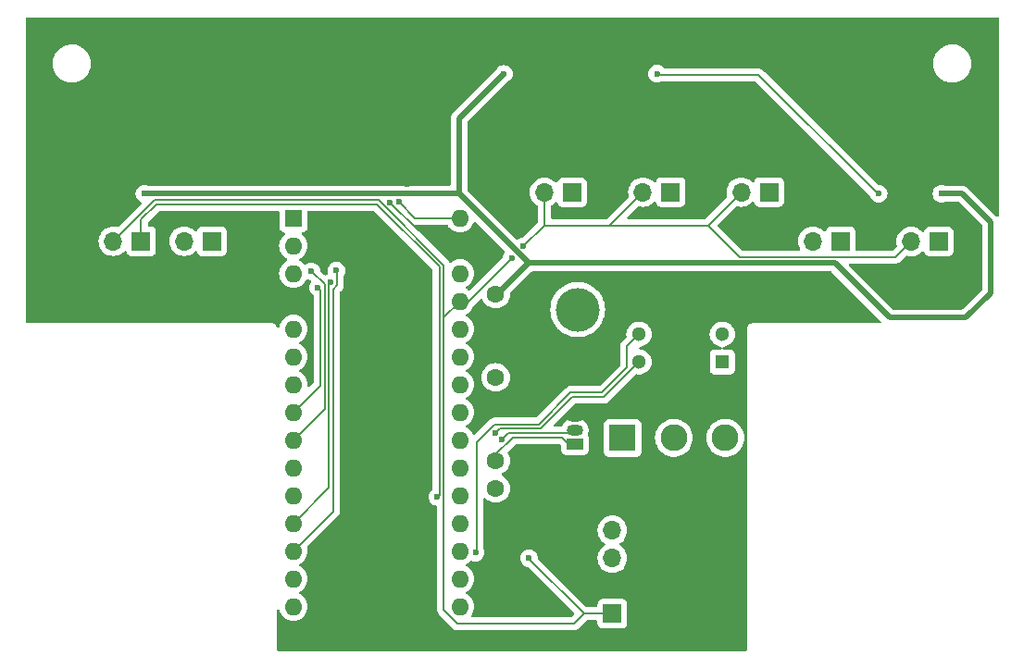
<source format=gbl>
G04 #@! TF.GenerationSoftware,KiCad,Pcbnew,8.0.3*
G04 #@! TF.CreationDate,2025-05-14T17:26:27-04:00*
G04 #@! TF.ProjectId,ballsi,62616c6c-7369-42e6-9b69-6361645f7063,rev?*
G04 #@! TF.SameCoordinates,Original*
G04 #@! TF.FileFunction,Copper,L2,Bot*
G04 #@! TF.FilePolarity,Positive*
%FSLAX46Y46*%
G04 Gerber Fmt 4.6, Leading zero omitted, Abs format (unit mm)*
G04 Created by KiCad (PCBNEW 8.0.3) date 2025-05-14 17:26:27*
%MOMM*%
%LPD*%
G01*
G04 APERTURE LIST*
G04 #@! TA.AperFunction,ComponentPad*
%ADD10O,1.700000X1.700000*%
G04 #@! TD*
G04 #@! TA.AperFunction,ComponentPad*
%ADD11R,1.700000X1.700000*%
G04 #@! TD*
G04 #@! TA.AperFunction,ComponentPad*
%ADD12R,1.500000X1.050000*%
G04 #@! TD*
G04 #@! TA.AperFunction,ComponentPad*
%ADD13O,1.500000X1.050000*%
G04 #@! TD*
G04 #@! TA.AperFunction,ComponentPad*
%ADD14C,4.000000*%
G04 #@! TD*
G04 #@! TA.AperFunction,ComponentPad*
%ADD15R,3.800000X3.800000*%
G04 #@! TD*
G04 #@! TA.AperFunction,ComponentPad*
%ADD16C,2.450000*%
G04 #@! TD*
G04 #@! TA.AperFunction,ComponentPad*
%ADD17R,2.450000X2.450000*%
G04 #@! TD*
G04 #@! TA.AperFunction,ComponentPad*
%ADD18R,1.600000X1.600000*%
G04 #@! TD*
G04 #@! TA.AperFunction,ComponentPad*
%ADD19O,1.600000X1.600000*%
G04 #@! TD*
G04 #@! TA.AperFunction,ComponentPad*
%ADD20C,1.300000*%
G04 #@! TD*
G04 #@! TA.AperFunction,ComponentPad*
%ADD21R,1.300000X1.300000*%
G04 #@! TD*
G04 #@! TA.AperFunction,ComponentPad*
%ADD22C,1.600200*%
G04 #@! TD*
G04 #@! TA.AperFunction,ViaPad*
%ADD23C,0.600000*%
G04 #@! TD*
G04 #@! TA.AperFunction,Conductor*
%ADD24C,0.200000*%
G04 #@! TD*
G04 #@! TA.AperFunction,Conductor*
%ADD25C,0.500000*%
G04 #@! TD*
G04 APERTURE END LIST*
D10*
X229445000Y-71025000D03*
X231985000Y-71025000D03*
D11*
X234525000Y-71025000D03*
D10*
X223000000Y-71000000D03*
D11*
X225540000Y-71000000D03*
D10*
X165500000Y-71000000D03*
D11*
X168040000Y-71000000D03*
D10*
X156500000Y-71000000D03*
X159040000Y-71000000D03*
D11*
X161580000Y-71000000D03*
D12*
X201250000Y-89540000D03*
D13*
X201250000Y-88270000D03*
X201250000Y-87000000D03*
D10*
X204670000Y-97460000D03*
X204670000Y-100000000D03*
X204670000Y-102540000D03*
D11*
X204670000Y-105080000D03*
D14*
X201500000Y-77250000D03*
D15*
X201500000Y-82250000D03*
D10*
X204920000Y-66500000D03*
X207460000Y-66500000D03*
D11*
X210000000Y-66500000D03*
D16*
X215000000Y-89000000D03*
X210300000Y-89000000D03*
D17*
X205600000Y-89000000D03*
D10*
X213920000Y-66500000D03*
X216460000Y-66500000D03*
D11*
X219000000Y-66500000D03*
D18*
X175500000Y-68880000D03*
D19*
X175500000Y-71420000D03*
X175500000Y-73960000D03*
X175500000Y-76500000D03*
X175500000Y-79040000D03*
X175500000Y-81580000D03*
X175500000Y-84120000D03*
X175500000Y-86660000D03*
X175500000Y-89200000D03*
X175500000Y-91740000D03*
X175500000Y-94280000D03*
X175500000Y-96820000D03*
X175500000Y-99360000D03*
X175500000Y-101900000D03*
X175500000Y-104440000D03*
X190740000Y-104440000D03*
X190740000Y-101900000D03*
X190740000Y-99360000D03*
X190740000Y-96820000D03*
X190740000Y-94280000D03*
X190740000Y-91740000D03*
X190740000Y-89200000D03*
X190740000Y-86660000D03*
X190740000Y-84120000D03*
X190740000Y-81580000D03*
X190740000Y-79040000D03*
X190740000Y-76500000D03*
X190740000Y-73960000D03*
X190740000Y-71420000D03*
X190740000Y-68880000D03*
D20*
X207100000Y-82040000D03*
X207100000Y-79500000D03*
X214720000Y-79500000D03*
D21*
X214720000Y-82040000D03*
D10*
X195905000Y-66525000D03*
X198445000Y-66525000D03*
D11*
X200985000Y-66525000D03*
D22*
X194000000Y-75835001D03*
X194000000Y-83455001D03*
X194000000Y-91075001D03*
X194000000Y-93615001D03*
D23*
X187500000Y-70000000D03*
X185961571Y-65750000D03*
X184355944Y-67441728D03*
X229019399Y-66655000D03*
X208750000Y-55675000D03*
X185155100Y-67405000D03*
X194750000Y-55687500D03*
X192150000Y-99500000D03*
X194000000Y-88512063D03*
X179437892Y-73687892D03*
X178922151Y-74769322D03*
X188650000Y-94392578D03*
X196530331Y-71469669D03*
X195469669Y-72530331D03*
X197050000Y-100000000D03*
X194572332Y-89112063D03*
X177150000Y-73750000D03*
X177750000Y-75250000D03*
X161875001Y-66655000D03*
X234769401Y-66655000D03*
D24*
X186901571Y-70000000D02*
X184355944Y-67454373D01*
X187500000Y-70000000D02*
X186901571Y-70000000D01*
X184355944Y-67454373D02*
X184355944Y-67441728D01*
X189250000Y-73184314D02*
X189250000Y-77990000D01*
X183270686Y-67205000D02*
X189250000Y-73184314D01*
X162835000Y-67205000D02*
X183270686Y-67205000D01*
X159040000Y-71000000D02*
X162835000Y-67205000D01*
X188850000Y-73350000D02*
X183105000Y-67605000D01*
X183105000Y-67605000D02*
X163000686Y-67605000D01*
X161580000Y-69025686D02*
X161580000Y-71000000D01*
X188850000Y-94192578D02*
X188850000Y-73350000D01*
X163000686Y-67605000D02*
X161580000Y-69025686D01*
X188650000Y-94392578D02*
X188850000Y-94192578D01*
X194000000Y-90537501D02*
X194000000Y-91075001D01*
X195587501Y-88950000D02*
X194000000Y-90537501D01*
X200093274Y-88950000D02*
X195587501Y-88950000D01*
X200683274Y-89540000D02*
X200093274Y-88950000D01*
X201250000Y-89540000D02*
X200683274Y-89540000D01*
X200970000Y-88550000D02*
X201250000Y-88270000D01*
X195134395Y-88550000D02*
X200970000Y-88550000D01*
X194572332Y-89112063D02*
X195134395Y-88550000D01*
X203890000Y-85250000D02*
X207100000Y-82040000D01*
X198100000Y-88150000D02*
X201000000Y-85250000D01*
X194362063Y-88150000D02*
X198100000Y-88150000D01*
X194000000Y-88512063D02*
X194362063Y-88150000D01*
X201000000Y-85250000D02*
X203890000Y-85250000D01*
X206000000Y-80600000D02*
X207100000Y-79500000D01*
X206000000Y-82574314D02*
X206000000Y-80600000D01*
X203724314Y-84850000D02*
X206000000Y-82574314D01*
X200834314Y-84850000D02*
X203724314Y-84850000D01*
X197934314Y-87750000D02*
X200834314Y-84850000D01*
X192250000Y-89375000D02*
X193875000Y-87750000D01*
X192250000Y-99400000D02*
X192250000Y-89375000D01*
X192150000Y-99500000D02*
X192250000Y-99400000D01*
X193875000Y-87750000D02*
X197934314Y-87750000D01*
X216300000Y-72450000D02*
X213405000Y-69555000D01*
X230560000Y-72450000D02*
X216300000Y-72450000D01*
X231985000Y-71025000D02*
X230560000Y-72450000D01*
X228905000Y-66655000D02*
X229019399Y-66655000D01*
X208750000Y-55675000D02*
X208875000Y-55800000D01*
X208875000Y-55800000D02*
X218050000Y-55800000D01*
X218050000Y-55800000D02*
X228905000Y-66655000D01*
X185155100Y-67405000D02*
X186630100Y-68880000D01*
X186630100Y-68880000D02*
X190740000Y-68880000D01*
D25*
X190655000Y-59782500D02*
X194750000Y-55687500D01*
X190655000Y-66655000D02*
X190655000Y-59782500D01*
D24*
X204405000Y-69555000D02*
X213405000Y-69555000D01*
X204405000Y-69555000D02*
X207460000Y-66500000D01*
X198445000Y-69555000D02*
X204405000Y-69555000D01*
X198445000Y-69555000D02*
X198445000Y-66525000D01*
X196530331Y-71469669D02*
X198445000Y-69555000D01*
X179522151Y-73772151D02*
X179522151Y-75017851D01*
X179150000Y-75390002D02*
X179150000Y-95710000D01*
X179437892Y-73687892D02*
X179522151Y-73772151D01*
X179522151Y-75017851D02*
X179150000Y-75390002D01*
X179150000Y-95710000D02*
X175500000Y-99360000D01*
X178750000Y-93570000D02*
X175500000Y-96820000D01*
X178750000Y-74941473D02*
X178750000Y-93570000D01*
X178922151Y-74769322D02*
X178750000Y-74941473D01*
X177950000Y-75450000D02*
X177750000Y-75250000D01*
X177950000Y-84210000D02*
X177950000Y-75450000D01*
X175500000Y-86660000D02*
X177950000Y-84210000D01*
X191500000Y-76500000D02*
X190740000Y-76500000D01*
X195469669Y-72530331D02*
X191500000Y-76500000D01*
X201160000Y-106000000D02*
X202080000Y-105080000D01*
X190497182Y-106000000D02*
X201160000Y-106000000D01*
X189250000Y-77990000D02*
X189250000Y-104752818D01*
X190740000Y-76500000D02*
X189250000Y-77990000D01*
X189250000Y-104752818D02*
X190497182Y-106000000D01*
X202080000Y-105080000D02*
X204670000Y-105080000D01*
X202080000Y-105080000D02*
X197050000Y-100050000D01*
X197050000Y-100050000D02*
X197050000Y-100000000D01*
X178350000Y-86350000D02*
X178350000Y-74950000D01*
X178350000Y-74950000D02*
X177150000Y-73750000D01*
X175500000Y-89200000D02*
X178350000Y-86350000D01*
D25*
X190655000Y-66655000D02*
X161875001Y-66655000D01*
X197000000Y-73000000D02*
X190655000Y-66655000D01*
X236655000Y-66655000D02*
X234769401Y-66655000D01*
X239250000Y-69250000D02*
X236655000Y-66655000D01*
X230000000Y-78000000D02*
X237000000Y-78000000D01*
X225000000Y-73000000D02*
X230000000Y-78000000D01*
X239250000Y-75750000D02*
X239250000Y-69250000D01*
X237000000Y-78000000D02*
X239250000Y-75750000D01*
X197000000Y-73000000D02*
X225000000Y-73000000D01*
X194164999Y-75835001D02*
X197000000Y-73000000D01*
X194000000Y-75835001D02*
X194164999Y-75835001D01*
D24*
X213405000Y-69555000D02*
X216460000Y-66500000D01*
G04 #@! TA.AperFunction,Conductor*
G36*
X182871942Y-68225185D02*
G01*
X182892584Y-68241819D01*
X188213181Y-73562416D01*
X188246666Y-73623739D01*
X188249500Y-73650097D01*
X188249500Y-93630288D01*
X188229815Y-93697327D01*
X188191472Y-93735282D01*
X188147738Y-93762761D01*
X188020184Y-93890315D01*
X187924211Y-94043054D01*
X187864631Y-94213323D01*
X187864630Y-94213328D01*
X187844435Y-94392574D01*
X187844435Y-94392581D01*
X187864630Y-94571827D01*
X187864631Y-94571832D01*
X187924211Y-94742101D01*
X187959291Y-94797930D01*
X188020184Y-94894840D01*
X188147738Y-95022394D01*
X188300478Y-95118367D01*
X188470745Y-95177946D01*
X188539384Y-95185679D01*
X188603796Y-95212744D01*
X188643352Y-95270338D01*
X188649500Y-95308899D01*
X188649500Y-104666148D01*
X188649499Y-104666166D01*
X188649499Y-104831872D01*
X188649498Y-104831872D01*
X188690423Y-104984604D01*
X188699856Y-105000941D01*
X188699857Y-105000943D01*
X188769477Y-105121530D01*
X188769481Y-105121535D01*
X188888349Y-105240403D01*
X188888354Y-105240407D01*
X190128466Y-106480520D01*
X190128468Y-106480521D01*
X190128472Y-106480524D01*
X190265391Y-106559573D01*
X190265398Y-106559577D01*
X190418125Y-106600501D01*
X190418127Y-106600501D01*
X190583836Y-106600501D01*
X190583852Y-106600500D01*
X201073331Y-106600500D01*
X201073347Y-106600501D01*
X201080943Y-106600501D01*
X201239054Y-106600501D01*
X201239057Y-106600501D01*
X201391785Y-106559577D01*
X201441904Y-106530639D01*
X201528716Y-106480520D01*
X201640520Y-106368716D01*
X201640520Y-106368714D01*
X201650728Y-106358507D01*
X201650729Y-106358504D01*
X202292416Y-105716819D01*
X202353739Y-105683334D01*
X202380097Y-105680500D01*
X203195501Y-105680500D01*
X203262540Y-105700185D01*
X203308295Y-105752989D01*
X203319501Y-105804500D01*
X203319501Y-105977876D01*
X203325908Y-106037483D01*
X203376202Y-106172328D01*
X203376206Y-106172335D01*
X203462452Y-106287544D01*
X203462455Y-106287547D01*
X203577664Y-106373793D01*
X203577671Y-106373797D01*
X203712517Y-106424091D01*
X203712516Y-106424091D01*
X203719444Y-106424835D01*
X203772127Y-106430500D01*
X205567872Y-106430499D01*
X205627483Y-106424091D01*
X205762331Y-106373796D01*
X205877546Y-106287546D01*
X205963796Y-106172331D01*
X206014091Y-106037483D01*
X206020500Y-105977873D01*
X206020499Y-104182128D01*
X206014091Y-104122517D01*
X205995450Y-104072539D01*
X205963797Y-103987671D01*
X205963793Y-103987664D01*
X205877547Y-103872455D01*
X205877544Y-103872452D01*
X205762335Y-103786206D01*
X205762328Y-103786202D01*
X205627482Y-103735908D01*
X205627483Y-103735908D01*
X205567883Y-103729501D01*
X205567881Y-103729500D01*
X205567873Y-103729500D01*
X205567864Y-103729500D01*
X203772129Y-103729500D01*
X203772123Y-103729501D01*
X203712516Y-103735908D01*
X203577671Y-103786202D01*
X203577664Y-103786206D01*
X203462455Y-103872452D01*
X203462452Y-103872455D01*
X203376206Y-103987664D01*
X203376202Y-103987671D01*
X203325908Y-104122517D01*
X203319501Y-104182116D01*
X203319501Y-104182123D01*
X203319500Y-104182135D01*
X203319500Y-104355500D01*
X203299815Y-104422539D01*
X203247011Y-104468294D01*
X203195500Y-104479500D01*
X202380097Y-104479500D01*
X202313058Y-104459815D01*
X202292416Y-104443181D01*
X197887050Y-100037815D01*
X197853565Y-99976492D01*
X197851511Y-99964017D01*
X197835369Y-99820750D01*
X197835368Y-99820745D01*
X197791534Y-99695476D01*
X197775789Y-99650478D01*
X197767130Y-99636698D01*
X197681237Y-99500000D01*
X197679816Y-99497738D01*
X197552262Y-99370184D01*
X197475847Y-99322169D01*
X197399523Y-99274211D01*
X197229254Y-99214631D01*
X197229249Y-99214630D01*
X197050004Y-99194435D01*
X197049996Y-99194435D01*
X196870750Y-99214630D01*
X196870745Y-99214631D01*
X196700476Y-99274211D01*
X196547737Y-99370184D01*
X196420184Y-99497737D01*
X196324211Y-99650476D01*
X196264631Y-99820745D01*
X196264630Y-99820750D01*
X196244435Y-99999996D01*
X196244435Y-100000003D01*
X196264630Y-100179249D01*
X196264631Y-100179254D01*
X196324211Y-100349523D01*
X196412836Y-100490568D01*
X196420184Y-100502262D01*
X196547738Y-100629816D01*
X196700478Y-100725789D01*
X196870745Y-100785368D01*
X196901317Y-100788812D01*
X196965729Y-100815876D01*
X196975116Y-100824351D01*
X201143084Y-104992319D01*
X201176569Y-105053642D01*
X201171585Y-105123334D01*
X201143084Y-105167681D01*
X200947584Y-105363181D01*
X200886261Y-105396666D01*
X200859903Y-105399500D01*
X191893971Y-105399500D01*
X191826932Y-105379815D01*
X191781177Y-105327011D01*
X191771233Y-105257853D01*
X191792395Y-105204378D01*
X191818090Y-105167681D01*
X191870568Y-105092734D01*
X191966739Y-104886496D01*
X192025635Y-104666692D01*
X192045468Y-104440000D01*
X192025635Y-104213308D01*
X191966739Y-103993504D01*
X191870568Y-103787266D01*
X191740047Y-103600861D01*
X191740045Y-103600858D01*
X191579141Y-103439954D01*
X191392734Y-103309432D01*
X191392728Y-103309429D01*
X191334725Y-103282382D01*
X191282285Y-103236210D01*
X191263133Y-103169017D01*
X191283348Y-103102135D01*
X191334725Y-103057618D01*
X191392734Y-103030568D01*
X191579139Y-102900047D01*
X191740047Y-102739139D01*
X191870568Y-102552734D01*
X191966739Y-102346496D01*
X192025635Y-102126692D01*
X192045468Y-101900000D01*
X192025635Y-101673308D01*
X191966739Y-101453504D01*
X191870568Y-101247266D01*
X191740047Y-101060861D01*
X191740045Y-101060858D01*
X191579141Y-100899954D01*
X191392734Y-100769432D01*
X191392728Y-100769429D01*
X191334725Y-100742382D01*
X191282285Y-100696210D01*
X191263133Y-100629017D01*
X191283348Y-100562135D01*
X191334725Y-100517618D01*
X191392734Y-100490568D01*
X191579139Y-100360047D01*
X191680877Y-100258308D01*
X191742198Y-100224825D01*
X191809512Y-100228950D01*
X191970737Y-100285366D01*
X191970743Y-100285367D01*
X191970745Y-100285368D01*
X191970746Y-100285368D01*
X191970750Y-100285369D01*
X192149996Y-100305565D01*
X192150000Y-100305565D01*
X192150004Y-100305565D01*
X192329249Y-100285369D01*
X192329252Y-100285368D01*
X192329255Y-100285368D01*
X192499522Y-100225789D01*
X192652262Y-100129816D01*
X192779816Y-100002262D01*
X192875789Y-99849522D01*
X192935368Y-99679255D01*
X192937158Y-99663372D01*
X192955565Y-99500003D01*
X192955565Y-99499996D01*
X192935369Y-99320750D01*
X192935366Y-99320737D01*
X192875790Y-99150479D01*
X192869506Y-99140478D01*
X192850500Y-99074507D01*
X192850500Y-97459999D01*
X203314341Y-97459999D01*
X203314341Y-97460000D01*
X203334936Y-97695403D01*
X203334938Y-97695413D01*
X203396094Y-97923655D01*
X203396096Y-97923659D01*
X203396097Y-97923663D01*
X203474120Y-98090984D01*
X203495965Y-98137830D01*
X203495967Y-98137834D01*
X203631501Y-98331395D01*
X203631506Y-98331402D01*
X203798597Y-98498493D01*
X203798603Y-98498498D01*
X203984158Y-98628425D01*
X204027783Y-98683002D01*
X204034977Y-98752500D01*
X204003454Y-98814855D01*
X203984158Y-98831575D01*
X203798597Y-98961505D01*
X203631505Y-99128597D01*
X203495965Y-99322169D01*
X203495964Y-99322171D01*
X203396098Y-99536335D01*
X203396094Y-99536344D01*
X203334938Y-99764586D01*
X203334936Y-99764596D01*
X203314341Y-99999999D01*
X203314341Y-100000000D01*
X203334936Y-100235403D01*
X203334938Y-100235413D01*
X203396094Y-100463655D01*
X203396096Y-100463659D01*
X203396097Y-100463663D01*
X203474120Y-100630984D01*
X203495965Y-100677830D01*
X203495967Y-100677834D01*
X203560105Y-100769432D01*
X203631505Y-100871401D01*
X203798599Y-101038495D01*
X203830537Y-101060858D01*
X203992165Y-101174032D01*
X203992167Y-101174033D01*
X203992170Y-101174035D01*
X204206337Y-101273903D01*
X204434592Y-101335063D01*
X204622918Y-101351539D01*
X204669999Y-101355659D01*
X204670000Y-101355659D01*
X204670001Y-101355659D01*
X204709234Y-101352226D01*
X204905408Y-101335063D01*
X205133663Y-101273903D01*
X205347830Y-101174035D01*
X205541401Y-101038495D01*
X205708495Y-100871401D01*
X205844035Y-100677830D01*
X205943903Y-100463663D01*
X206005063Y-100235408D01*
X206025659Y-100000000D01*
X206005063Y-99764592D01*
X205943903Y-99536337D01*
X205844035Y-99322171D01*
X205810454Y-99274211D01*
X205708494Y-99128597D01*
X205541402Y-98961506D01*
X205541396Y-98961501D01*
X205355842Y-98831575D01*
X205312217Y-98776998D01*
X205305023Y-98707500D01*
X205336546Y-98645145D01*
X205355842Y-98628425D01*
X205378026Y-98612891D01*
X205541401Y-98498495D01*
X205708495Y-98331401D01*
X205844035Y-98137830D01*
X205943903Y-97923663D01*
X206005063Y-97695408D01*
X206025659Y-97460000D01*
X206005063Y-97224592D01*
X205943903Y-96996337D01*
X205844035Y-96782171D01*
X205711793Y-96593308D01*
X205708494Y-96588597D01*
X205541402Y-96421506D01*
X205541395Y-96421501D01*
X205347834Y-96285967D01*
X205347830Y-96285965D01*
X205347828Y-96285964D01*
X205133663Y-96186097D01*
X205133659Y-96186096D01*
X205133655Y-96186094D01*
X204905413Y-96124938D01*
X204905403Y-96124936D01*
X204670001Y-96104341D01*
X204669999Y-96104341D01*
X204434596Y-96124936D01*
X204434586Y-96124938D01*
X204206344Y-96186094D01*
X204206335Y-96186098D01*
X203992171Y-96285964D01*
X203992169Y-96285965D01*
X203798597Y-96421505D01*
X203631505Y-96588597D01*
X203495965Y-96782169D01*
X203495964Y-96782171D01*
X203396098Y-96996335D01*
X203396094Y-96996344D01*
X203334938Y-97224586D01*
X203334936Y-97224596D01*
X203314341Y-97459999D01*
X192850500Y-97459999D01*
X192850500Y-94604189D01*
X192870185Y-94537150D01*
X192922989Y-94491395D01*
X192992147Y-94481451D01*
X193055703Y-94510476D01*
X193062181Y-94516508D01*
X193160795Y-94615122D01*
X193160801Y-94615127D01*
X193347214Y-94745655D01*
X193347216Y-94745656D01*
X193553469Y-94841834D01*
X193773290Y-94900734D01*
X193954658Y-94916602D01*
X193999999Y-94920569D01*
X194000000Y-94920569D01*
X194000001Y-94920569D01*
X194037785Y-94917263D01*
X194226710Y-94900734D01*
X194446531Y-94841834D01*
X194652784Y-94745656D01*
X194839203Y-94615124D01*
X195000123Y-94454204D01*
X195130655Y-94267785D01*
X195226833Y-94061532D01*
X195285733Y-93841711D01*
X195305568Y-93615001D01*
X195285733Y-93388291D01*
X195226833Y-93168470D01*
X195130655Y-92962217D01*
X195116593Y-92942135D01*
X195000126Y-92775802D01*
X195000121Y-92775796D01*
X194839204Y-92614879D01*
X194839198Y-92614874D01*
X194652785Y-92484346D01*
X194652783Y-92484345D01*
X194594962Y-92457383D01*
X194542523Y-92411211D01*
X194523371Y-92344017D01*
X194543587Y-92277136D01*
X194594962Y-92232619D01*
X194652784Y-92205656D01*
X194839203Y-92075124D01*
X195000123Y-91914204D01*
X195130655Y-91727785D01*
X195226833Y-91521532D01*
X195285733Y-91301711D01*
X195305568Y-91075001D01*
X195285733Y-90848291D01*
X195226833Y-90628470D01*
X195130655Y-90422217D01*
X195130653Y-90422214D01*
X195130652Y-90422212D01*
X195121914Y-90409734D01*
X195099585Y-90343529D01*
X195116594Y-90275761D01*
X195135802Y-90250932D01*
X195799917Y-89586819D01*
X195861240Y-89553334D01*
X195887598Y-89550500D01*
X199793177Y-89550500D01*
X199860216Y-89570185D01*
X199880858Y-89586819D01*
X199963181Y-89669142D01*
X199996666Y-89730465D01*
X199999500Y-89756823D01*
X199999500Y-90112869D01*
X199999501Y-90112876D01*
X200005908Y-90172483D01*
X200056202Y-90307328D01*
X200056206Y-90307335D01*
X200142452Y-90422544D01*
X200142455Y-90422547D01*
X200257664Y-90508793D01*
X200257671Y-90508797D01*
X200392517Y-90559091D01*
X200392516Y-90559091D01*
X200399444Y-90559835D01*
X200452127Y-90565500D01*
X202047872Y-90565499D01*
X202107483Y-90559091D01*
X202242331Y-90508796D01*
X202357546Y-90422546D01*
X202443796Y-90307331D01*
X202494091Y-90172483D01*
X202500500Y-90112873D01*
X202500499Y-88967128D01*
X202494091Y-88907517D01*
X202490948Y-88899091D01*
X202443797Y-88772671D01*
X202443796Y-88772670D01*
X202443796Y-88772669D01*
X202442967Y-88771562D01*
X202442485Y-88770268D01*
X202439546Y-88764886D01*
X202440319Y-88764463D01*
X202418551Y-88706099D01*
X202427675Y-88649798D01*
X202435516Y-88630870D01*
X202461091Y-88569127D01*
X202500500Y-88371003D01*
X202500500Y-88168997D01*
X202461091Y-87970873D01*
X202383786Y-87784244D01*
X202383784Y-87784241D01*
X202383782Y-87784237D01*
X202345628Y-87727135D01*
X203874500Y-87727135D01*
X203874500Y-90272870D01*
X203874501Y-90272876D01*
X203880908Y-90332483D01*
X203931202Y-90467328D01*
X203931206Y-90467335D01*
X204017452Y-90582544D01*
X204017455Y-90582547D01*
X204132664Y-90668793D01*
X204132671Y-90668797D01*
X204267517Y-90719091D01*
X204267516Y-90719091D01*
X204274444Y-90719835D01*
X204327127Y-90725500D01*
X206872872Y-90725499D01*
X206932483Y-90719091D01*
X207067331Y-90668796D01*
X207182546Y-90582546D01*
X207268796Y-90467331D01*
X207319091Y-90332483D01*
X207325500Y-90272873D01*
X207325499Y-88999995D01*
X208569662Y-88999995D01*
X208569662Y-89000004D01*
X208588986Y-89257883D01*
X208588987Y-89257888D01*
X208646532Y-89510012D01*
X208646534Y-89510021D01*
X208646536Y-89510026D01*
X208741019Y-89750766D01*
X208870328Y-89974734D01*
X208993897Y-90129686D01*
X209031575Y-90176933D01*
X209190617Y-90324501D01*
X209221152Y-90352833D01*
X209434831Y-90498517D01*
X209434836Y-90498519D01*
X209434837Y-90498520D01*
X209434838Y-90498521D01*
X209558587Y-90558114D01*
X209667833Y-90610724D01*
X209667834Y-90610724D01*
X209667837Y-90610726D01*
X209914964Y-90686955D01*
X210170692Y-90725500D01*
X210170693Y-90725500D01*
X210429307Y-90725500D01*
X210429308Y-90725500D01*
X210685036Y-90686955D01*
X210932163Y-90610726D01*
X211165169Y-90498517D01*
X211378848Y-90352833D01*
X211568428Y-90176929D01*
X211729672Y-89974734D01*
X211858981Y-89750766D01*
X211953464Y-89510026D01*
X212011012Y-89257893D01*
X212012514Y-89237851D01*
X212030338Y-89000004D01*
X212030338Y-88999995D01*
X213269662Y-88999995D01*
X213269662Y-89000004D01*
X213288986Y-89257883D01*
X213288987Y-89257888D01*
X213346532Y-89510012D01*
X213346534Y-89510021D01*
X213346536Y-89510026D01*
X213441019Y-89750766D01*
X213570328Y-89974734D01*
X213693897Y-90129686D01*
X213731575Y-90176933D01*
X213890617Y-90324501D01*
X213921152Y-90352833D01*
X214134831Y-90498517D01*
X214134836Y-90498519D01*
X214134837Y-90498520D01*
X214134838Y-90498521D01*
X214258587Y-90558114D01*
X214367833Y-90610724D01*
X214367834Y-90610724D01*
X214367837Y-90610726D01*
X214614964Y-90686955D01*
X214870692Y-90725500D01*
X214870693Y-90725500D01*
X215129307Y-90725500D01*
X215129308Y-90725500D01*
X215385036Y-90686955D01*
X215632163Y-90610726D01*
X215865169Y-90498517D01*
X216078848Y-90352833D01*
X216268428Y-90176929D01*
X216429672Y-89974734D01*
X216558981Y-89750766D01*
X216653464Y-89510026D01*
X216711012Y-89257893D01*
X216712514Y-89237851D01*
X216730338Y-89000004D01*
X216730338Y-88999995D01*
X216711013Y-88742116D01*
X216711012Y-88742111D01*
X216711012Y-88742107D01*
X216653464Y-88489974D01*
X216558981Y-88249234D01*
X216429672Y-88025266D01*
X216268428Y-87823071D01*
X216268427Y-87823070D01*
X216268424Y-87823066D01*
X216078848Y-87647167D01*
X216033548Y-87616282D01*
X215865169Y-87501483D01*
X215865165Y-87501481D01*
X215865162Y-87501479D01*
X215865161Y-87501478D01*
X215632165Y-87389275D01*
X215632167Y-87389275D01*
X215385044Y-87313047D01*
X215385040Y-87313046D01*
X215385036Y-87313045D01*
X215262025Y-87294504D01*
X215129313Y-87274500D01*
X215129308Y-87274500D01*
X214870692Y-87274500D01*
X214870686Y-87274500D01*
X214711430Y-87298504D01*
X214614964Y-87313045D01*
X214614961Y-87313046D01*
X214614955Y-87313047D01*
X214367833Y-87389275D01*
X214134838Y-87501478D01*
X214134837Y-87501479D01*
X213921151Y-87647167D01*
X213731575Y-87823066D01*
X213570328Y-88025266D01*
X213441019Y-88249233D01*
X213346538Y-88489968D01*
X213346532Y-88489987D01*
X213288987Y-88742111D01*
X213288986Y-88742116D01*
X213269662Y-88999995D01*
X212030338Y-88999995D01*
X212011013Y-88742116D01*
X212011012Y-88742111D01*
X212011012Y-88742107D01*
X211953464Y-88489974D01*
X211858981Y-88249234D01*
X211729672Y-88025266D01*
X211568428Y-87823071D01*
X211568427Y-87823070D01*
X211568424Y-87823066D01*
X211378848Y-87647167D01*
X211333548Y-87616282D01*
X211165169Y-87501483D01*
X211165165Y-87501481D01*
X211165162Y-87501479D01*
X211165161Y-87501478D01*
X210932165Y-87389275D01*
X210932167Y-87389275D01*
X210685044Y-87313047D01*
X210685040Y-87313046D01*
X210685036Y-87313045D01*
X210562025Y-87294504D01*
X210429313Y-87274500D01*
X210429308Y-87274500D01*
X210170692Y-87274500D01*
X210170686Y-87274500D01*
X210011430Y-87298504D01*
X209914964Y-87313045D01*
X209914961Y-87313046D01*
X209914955Y-87313047D01*
X209667833Y-87389275D01*
X209434838Y-87501478D01*
X209434837Y-87501479D01*
X209221151Y-87647167D01*
X209031575Y-87823066D01*
X208870328Y-88025266D01*
X208741019Y-88249233D01*
X208646538Y-88489968D01*
X208646532Y-88489987D01*
X208588987Y-88742111D01*
X208588986Y-88742116D01*
X208569662Y-88999995D01*
X207325499Y-88999995D01*
X207325499Y-87727128D01*
X207319091Y-87667517D01*
X207303153Y-87624786D01*
X207268797Y-87532671D01*
X207268793Y-87532664D01*
X207182547Y-87417455D01*
X207182544Y-87417452D01*
X207067335Y-87331206D01*
X207067328Y-87331202D01*
X206932482Y-87280908D01*
X206932483Y-87280908D01*
X206872883Y-87274501D01*
X206872881Y-87274500D01*
X206872873Y-87274500D01*
X206872864Y-87274500D01*
X204327129Y-87274500D01*
X204327123Y-87274501D01*
X204267516Y-87280908D01*
X204132671Y-87331202D01*
X204132664Y-87331206D01*
X204017455Y-87417452D01*
X204017452Y-87417455D01*
X203931206Y-87532664D01*
X203931202Y-87532671D01*
X203880908Y-87667517D01*
X203874501Y-87727116D01*
X203874501Y-87727123D01*
X203874500Y-87727135D01*
X202345628Y-87727135D01*
X202271558Y-87616281D01*
X202128718Y-87473441D01*
X201960762Y-87361217D01*
X201960752Y-87361212D01*
X201774127Y-87283909D01*
X201774119Y-87283907D01*
X201576007Y-87244500D01*
X201576003Y-87244500D01*
X200923997Y-87244500D01*
X200923992Y-87244500D01*
X200725880Y-87283907D01*
X200725872Y-87283909D01*
X200539247Y-87361212D01*
X200539237Y-87361217D01*
X200371281Y-87473441D01*
X200228441Y-87616281D01*
X200116217Y-87784237D01*
X200116212Y-87784247D01*
X200079469Y-87872953D01*
X200035628Y-87927356D01*
X199969333Y-87949421D01*
X199964908Y-87949500D01*
X199449097Y-87949500D01*
X199382058Y-87929815D01*
X199336303Y-87877011D01*
X199326359Y-87807853D01*
X199355384Y-87744297D01*
X199361416Y-87737819D01*
X201212416Y-85886819D01*
X201273739Y-85853334D01*
X201300097Y-85850500D01*
X203803331Y-85850500D01*
X203803347Y-85850501D01*
X203810943Y-85850501D01*
X203969054Y-85850501D01*
X203969057Y-85850501D01*
X204121785Y-85809577D01*
X204184500Y-85773368D01*
X204258716Y-85730520D01*
X204370520Y-85618716D01*
X204370520Y-85618714D01*
X204380724Y-85608511D01*
X204380727Y-85608506D01*
X206783175Y-83206059D01*
X206844496Y-83172576D01*
X206893639Y-83171853D01*
X206993390Y-83190500D01*
X206993392Y-83190500D01*
X207206608Y-83190500D01*
X207206610Y-83190500D01*
X207416198Y-83151321D01*
X207615019Y-83074298D01*
X207796302Y-82962052D01*
X207953872Y-82818407D01*
X208082366Y-82648255D01*
X208098526Y-82615802D01*
X208177403Y-82457394D01*
X208177403Y-82457393D01*
X208177405Y-82457389D01*
X208235756Y-82252310D01*
X208255429Y-82040000D01*
X208235756Y-81827690D01*
X208177405Y-81622611D01*
X208177403Y-81622606D01*
X208177403Y-81622605D01*
X208082367Y-81431746D01*
X207953872Y-81261593D01*
X207932030Y-81241681D01*
X207796302Y-81117948D01*
X207615019Y-81005702D01*
X207615017Y-81005701D01*
X207515608Y-80967190D01*
X207416198Y-80928679D01*
X207219385Y-80891888D01*
X207157106Y-80860221D01*
X207121833Y-80799908D01*
X207124767Y-80730100D01*
X207164976Y-80672960D01*
X207219384Y-80648111D01*
X207416198Y-80611321D01*
X207615019Y-80534298D01*
X207796302Y-80422052D01*
X207953872Y-80278407D01*
X208082366Y-80108255D01*
X208177405Y-79917389D01*
X208235756Y-79712310D01*
X208255429Y-79500000D01*
X208255429Y-79499999D01*
X213564571Y-79499999D01*
X213564571Y-79500000D01*
X213584244Y-79712310D01*
X213642596Y-79917392D01*
X213642596Y-79917394D01*
X213737632Y-80108253D01*
X213866127Y-80278406D01*
X213866128Y-80278407D01*
X214023698Y-80422052D01*
X214204981Y-80534298D01*
X214403802Y-80611321D01*
X214576544Y-80643612D01*
X214638823Y-80675279D01*
X214674096Y-80735591D01*
X214671162Y-80805400D01*
X214630953Y-80862540D01*
X214566235Y-80888871D01*
X214553757Y-80889500D01*
X214022129Y-80889500D01*
X214022123Y-80889501D01*
X213962516Y-80895908D01*
X213827671Y-80946202D01*
X213827664Y-80946206D01*
X213712455Y-81032452D01*
X213712452Y-81032455D01*
X213626206Y-81147664D01*
X213626202Y-81147671D01*
X213575908Y-81282517D01*
X213569501Y-81342116D01*
X213569501Y-81342123D01*
X213569500Y-81342135D01*
X213569500Y-82737870D01*
X213569501Y-82737876D01*
X213575908Y-82797483D01*
X213626202Y-82932328D01*
X213626206Y-82932335D01*
X213712452Y-83047544D01*
X213712455Y-83047547D01*
X213827664Y-83133793D01*
X213827671Y-83133797D01*
X213962517Y-83184091D01*
X213962516Y-83184091D01*
X213969444Y-83184835D01*
X214022127Y-83190500D01*
X215417872Y-83190499D01*
X215477483Y-83184091D01*
X215612331Y-83133796D01*
X215727546Y-83047546D01*
X215813796Y-82932331D01*
X215864091Y-82797483D01*
X215870500Y-82737873D01*
X215870499Y-81342128D01*
X215864091Y-81282517D01*
X215862813Y-81279091D01*
X215813797Y-81147671D01*
X215813793Y-81147664D01*
X215727547Y-81032455D01*
X215727544Y-81032452D01*
X215612335Y-80946206D01*
X215612328Y-80946202D01*
X215477482Y-80895908D01*
X215477483Y-80895908D01*
X215417883Y-80889501D01*
X215417881Y-80889500D01*
X215417873Y-80889500D01*
X215417865Y-80889500D01*
X214886243Y-80889500D01*
X214819204Y-80869815D01*
X214773449Y-80817011D01*
X214763505Y-80747853D01*
X214792530Y-80684297D01*
X214851308Y-80646523D01*
X214863441Y-80643614D01*
X215036198Y-80611321D01*
X215235019Y-80534298D01*
X215416302Y-80422052D01*
X215573872Y-80278407D01*
X215702366Y-80108255D01*
X215797405Y-79917389D01*
X215855756Y-79712310D01*
X215875429Y-79500000D01*
X215855756Y-79287690D01*
X215797405Y-79082611D01*
X215797403Y-79082606D01*
X215797403Y-79082605D01*
X215702367Y-78891746D01*
X215573872Y-78721593D01*
X215439945Y-78599502D01*
X215416302Y-78577948D01*
X215235019Y-78465702D01*
X215235017Y-78465701D01*
X215114038Y-78418834D01*
X215036198Y-78388679D01*
X214826610Y-78349500D01*
X214613390Y-78349500D01*
X214403802Y-78388679D01*
X214403799Y-78388679D01*
X214403799Y-78388680D01*
X214204982Y-78465701D01*
X214204980Y-78465702D01*
X214023699Y-78577947D01*
X213866127Y-78721593D01*
X213737632Y-78891746D01*
X213642596Y-79082605D01*
X213642596Y-79082607D01*
X213584244Y-79287689D01*
X213564571Y-79499999D01*
X208255429Y-79499999D01*
X208235756Y-79287690D01*
X208177405Y-79082611D01*
X208177403Y-79082606D01*
X208177403Y-79082605D01*
X208082367Y-78891746D01*
X207953872Y-78721593D01*
X207819945Y-78599502D01*
X207796302Y-78577948D01*
X207615019Y-78465702D01*
X207615017Y-78465701D01*
X207494038Y-78418834D01*
X207416198Y-78388679D01*
X207206610Y-78349500D01*
X206993390Y-78349500D01*
X206783802Y-78388679D01*
X206783799Y-78388679D01*
X206783799Y-78388680D01*
X206584982Y-78465701D01*
X206584980Y-78465702D01*
X206403699Y-78577947D01*
X206246127Y-78721593D01*
X206117632Y-78891746D01*
X206022596Y-79082605D01*
X206022596Y-79082607D01*
X205964244Y-79287689D01*
X205944571Y-79499999D01*
X205944571Y-79500000D01*
X205964773Y-79718019D01*
X205963158Y-79718168D01*
X205956881Y-79780119D01*
X205929713Y-79821050D01*
X205631286Y-80119478D01*
X205519481Y-80231282D01*
X205519479Y-80231285D01*
X205469361Y-80318094D01*
X205469359Y-80318096D01*
X205440425Y-80368209D01*
X205440424Y-80368210D01*
X205437837Y-80377865D01*
X205399499Y-80520943D01*
X205399499Y-80520945D01*
X205399499Y-80689046D01*
X205399500Y-80689059D01*
X205399500Y-82274217D01*
X205379815Y-82341256D01*
X205363181Y-82361898D01*
X203511898Y-84213181D01*
X203450575Y-84246666D01*
X203424217Y-84249500D01*
X200755254Y-84249500D01*
X200714333Y-84260464D01*
X200714333Y-84260465D01*
X200677065Y-84270451D01*
X200602528Y-84290423D01*
X200602523Y-84290426D01*
X200465604Y-84369475D01*
X200465596Y-84369481D01*
X200379956Y-84455122D01*
X200353794Y-84481284D01*
X200353792Y-84481286D01*
X199025502Y-85809577D01*
X197721898Y-87113181D01*
X197660575Y-87146666D01*
X197634217Y-87149500D01*
X193961669Y-87149500D01*
X193961653Y-87149499D01*
X193954057Y-87149499D01*
X193795943Y-87149499D01*
X193688587Y-87178265D01*
X193643210Y-87190424D01*
X193643209Y-87190425D01*
X193593096Y-87219359D01*
X193593095Y-87219360D01*
X193549689Y-87244420D01*
X193506285Y-87269479D01*
X193506282Y-87269481D01*
X193394478Y-87381286D01*
X192109616Y-88666147D01*
X192048293Y-88699632D01*
X191978601Y-88694648D01*
X191922668Y-88652776D01*
X191909553Y-88630870D01*
X191870570Y-88547271D01*
X191870567Y-88547265D01*
X191740045Y-88360858D01*
X191579141Y-88199954D01*
X191392734Y-88069432D01*
X191392728Y-88069429D01*
X191334725Y-88042382D01*
X191282285Y-87996210D01*
X191263133Y-87929017D01*
X191283348Y-87862135D01*
X191334725Y-87817618D01*
X191355666Y-87807853D01*
X191392734Y-87790568D01*
X191579139Y-87660047D01*
X191740047Y-87499139D01*
X191870568Y-87312734D01*
X191966739Y-87106496D01*
X192025635Y-86886692D01*
X192045468Y-86660000D01*
X192025635Y-86433308D01*
X191966739Y-86213504D01*
X191870568Y-86007266D01*
X191740047Y-85820861D01*
X191740045Y-85820858D01*
X191579141Y-85659954D01*
X191392734Y-85529432D01*
X191392728Y-85529429D01*
X191334725Y-85502382D01*
X191282285Y-85456210D01*
X191263133Y-85389017D01*
X191283348Y-85322135D01*
X191334725Y-85277618D01*
X191392734Y-85250568D01*
X191579139Y-85120047D01*
X191740047Y-84959139D01*
X191870568Y-84772734D01*
X191966739Y-84566496D01*
X192025635Y-84346692D01*
X192045468Y-84120000D01*
X192044399Y-84107786D01*
X192031580Y-83961265D01*
X192025635Y-83893308D01*
X191966739Y-83673504D01*
X191870568Y-83467266D01*
X191861979Y-83455000D01*
X192694432Y-83455000D01*
X192694432Y-83455001D01*
X192714266Y-83681706D01*
X192714268Y-83681716D01*
X192773164Y-83901524D01*
X192773166Y-83901528D01*
X192773167Y-83901532D01*
X192801021Y-83961265D01*
X192869344Y-84107784D01*
X192869345Y-84107786D01*
X192999873Y-84294199D01*
X192999878Y-84294205D01*
X193160795Y-84455122D01*
X193160801Y-84455127D01*
X193347214Y-84585655D01*
X193347216Y-84585656D01*
X193553469Y-84681834D01*
X193773290Y-84740734D01*
X193954658Y-84756602D01*
X193999999Y-84760569D01*
X194000000Y-84760569D01*
X194000001Y-84760569D01*
X194037785Y-84757263D01*
X194226710Y-84740734D01*
X194446531Y-84681834D01*
X194652784Y-84585656D01*
X194839203Y-84455124D01*
X195000123Y-84294204D01*
X195130655Y-84107785D01*
X195226833Y-83901532D01*
X195285733Y-83681711D01*
X195305568Y-83455001D01*
X195285733Y-83228291D01*
X195241012Y-83061389D01*
X195226835Y-83008477D01*
X195226834Y-83008476D01*
X195226833Y-83008470D01*
X195130655Y-82802217D01*
X195127340Y-82797483D01*
X195000126Y-82615802D01*
X195000121Y-82615796D01*
X194839204Y-82454879D01*
X194839198Y-82454874D01*
X194652785Y-82324346D01*
X194652783Y-82324345D01*
X194498303Y-82252310D01*
X194446531Y-82228168D01*
X194446527Y-82228167D01*
X194446523Y-82228165D01*
X194226715Y-82169269D01*
X194226705Y-82169267D01*
X194000001Y-82149433D01*
X193999999Y-82149433D01*
X193773294Y-82169267D01*
X193773284Y-82169269D01*
X193553476Y-82228165D01*
X193553467Y-82228169D01*
X193347216Y-82324345D01*
X193347214Y-82324346D01*
X193160801Y-82454874D01*
X193160795Y-82454879D01*
X192999878Y-82615796D01*
X192999873Y-82615802D01*
X192869345Y-82802215D01*
X192869344Y-82802217D01*
X192773168Y-83008468D01*
X192773164Y-83008477D01*
X192714268Y-83228285D01*
X192714266Y-83228295D01*
X192694432Y-83455000D01*
X191861979Y-83455000D01*
X191740047Y-83280861D01*
X191740045Y-83280858D01*
X191579141Y-83119954D01*
X191392734Y-82989432D01*
X191392728Y-82989429D01*
X191334725Y-82962382D01*
X191282285Y-82916210D01*
X191263133Y-82849017D01*
X191283348Y-82782135D01*
X191334725Y-82737618D01*
X191392734Y-82710568D01*
X191579139Y-82580047D01*
X191740047Y-82419139D01*
X191870568Y-82232734D01*
X191966739Y-82026496D01*
X192025635Y-81806692D01*
X192045468Y-81580000D01*
X192025635Y-81353308D01*
X191970535Y-81147671D01*
X191966741Y-81133511D01*
X191966738Y-81133502D01*
X191919617Y-81032452D01*
X191870568Y-80927266D01*
X191740047Y-80740861D01*
X191740045Y-80740858D01*
X191579141Y-80579954D01*
X191392734Y-80449432D01*
X191392728Y-80449429D01*
X191334725Y-80422382D01*
X191282285Y-80376210D01*
X191263133Y-80309017D01*
X191283348Y-80242135D01*
X191334725Y-80197618D01*
X191392734Y-80170568D01*
X191579139Y-80040047D01*
X191740047Y-79879139D01*
X191870568Y-79692734D01*
X191966739Y-79486496D01*
X192025635Y-79266692D01*
X192045468Y-79040000D01*
X192025635Y-78813308D01*
X191966739Y-78593504D01*
X191870568Y-78387266D01*
X191740047Y-78200861D01*
X191740045Y-78200858D01*
X191579141Y-78039954D01*
X191392734Y-77909432D01*
X191392728Y-77909429D01*
X191334725Y-77882382D01*
X191282285Y-77836210D01*
X191263133Y-77769017D01*
X191283348Y-77702135D01*
X191334725Y-77657618D01*
X191392734Y-77630568D01*
X191579139Y-77500047D01*
X191740047Y-77339139D01*
X191802466Y-77249994D01*
X198994556Y-77249994D01*
X198994556Y-77250005D01*
X199014310Y-77564004D01*
X199014311Y-77564011D01*
X199073270Y-77873083D01*
X199170497Y-78172316D01*
X199170499Y-78172321D01*
X199304461Y-78457003D01*
X199304464Y-78457009D01*
X199473051Y-78722661D01*
X199473054Y-78722665D01*
X199673606Y-78965090D01*
X199673608Y-78965092D01*
X199673610Y-78965094D01*
X199753375Y-79039998D01*
X199902968Y-79180476D01*
X199902978Y-79180484D01*
X200157504Y-79365408D01*
X200157509Y-79365410D01*
X200157516Y-79365416D01*
X200433234Y-79516994D01*
X200433239Y-79516996D01*
X200433241Y-79516997D01*
X200433242Y-79516998D01*
X200725771Y-79632818D01*
X200725774Y-79632819D01*
X201030523Y-79711065D01*
X201030527Y-79711066D01*
X201085566Y-79718019D01*
X201342670Y-79750499D01*
X201342679Y-79750499D01*
X201342682Y-79750500D01*
X201342684Y-79750500D01*
X201657316Y-79750500D01*
X201657318Y-79750500D01*
X201657321Y-79750499D01*
X201657329Y-79750499D01*
X201843593Y-79726968D01*
X201969473Y-79711066D01*
X202274225Y-79632819D01*
X202274228Y-79632818D01*
X202566757Y-79516998D01*
X202566758Y-79516997D01*
X202566756Y-79516997D01*
X202566766Y-79516994D01*
X202842484Y-79365416D01*
X203097030Y-79180478D01*
X203326390Y-78965094D01*
X203526947Y-78722663D01*
X203695537Y-78457007D01*
X203829503Y-78172315D01*
X203926731Y-77873079D01*
X203985688Y-77564015D01*
X203985689Y-77564004D01*
X204005444Y-77250005D01*
X204005444Y-77249994D01*
X203985689Y-76935995D01*
X203985688Y-76935988D01*
X203985688Y-76935985D01*
X203926731Y-76626921D01*
X203829503Y-76327685D01*
X203810320Y-76286920D01*
X203773695Y-76209087D01*
X203695537Y-76042993D01*
X203591982Y-75879816D01*
X203526948Y-75777338D01*
X203526945Y-75777334D01*
X203326393Y-75534909D01*
X203326391Y-75534907D01*
X203272604Y-75484397D01*
X203097030Y-75319522D01*
X203097027Y-75319520D01*
X203097021Y-75319515D01*
X202842495Y-75134591D01*
X202842488Y-75134586D01*
X202842484Y-75134584D01*
X202566766Y-74983006D01*
X202566763Y-74983004D01*
X202566758Y-74983002D01*
X202566757Y-74983001D01*
X202274228Y-74867181D01*
X202274225Y-74867180D01*
X201969476Y-74788934D01*
X201969463Y-74788932D01*
X201657329Y-74749500D01*
X201657318Y-74749500D01*
X201342682Y-74749500D01*
X201342670Y-74749500D01*
X201030536Y-74788932D01*
X201030523Y-74788934D01*
X200725774Y-74867180D01*
X200725771Y-74867181D01*
X200433242Y-74983001D01*
X200433241Y-74983002D01*
X200157516Y-75134584D01*
X200157504Y-75134591D01*
X199902978Y-75319515D01*
X199902968Y-75319523D01*
X199673608Y-75534907D01*
X199673606Y-75534909D01*
X199473054Y-75777334D01*
X199473051Y-75777338D01*
X199304464Y-76042990D01*
X199304461Y-76042996D01*
X199170499Y-76327678D01*
X199170497Y-76327683D01*
X199073270Y-76626916D01*
X199014311Y-76935988D01*
X199014310Y-76935995D01*
X198994556Y-77249994D01*
X191802466Y-77249994D01*
X191870568Y-77152734D01*
X191966739Y-76946496D01*
X191981565Y-76891160D01*
X192013656Y-76835577D01*
X192582606Y-76266627D01*
X192643927Y-76233144D01*
X192713619Y-76238128D01*
X192769552Y-76280000D01*
X192782667Y-76301905D01*
X192869344Y-76487784D01*
X192869345Y-76487786D01*
X192999873Y-76674199D01*
X192999878Y-76674205D01*
X193160795Y-76835122D01*
X193160801Y-76835127D01*
X193347214Y-76965655D01*
X193347216Y-76965656D01*
X193553469Y-77061834D01*
X193773290Y-77120734D01*
X193954658Y-77136602D01*
X193999999Y-77140569D01*
X194000000Y-77140569D01*
X194000001Y-77140569D01*
X194037785Y-77137263D01*
X194226710Y-77120734D01*
X194446531Y-77061834D01*
X194652784Y-76965656D01*
X194839203Y-76835124D01*
X195000123Y-76674204D01*
X195130655Y-76487785D01*
X195226833Y-76281532D01*
X195285733Y-76061711D01*
X195305568Y-75835001D01*
X195304235Y-75819773D01*
X195317999Y-75751277D01*
X195340079Y-75721287D01*
X197274549Y-73786819D01*
X197335872Y-73753334D01*
X197362230Y-73750500D01*
X224637770Y-73750500D01*
X224704809Y-73770185D01*
X224725451Y-73786819D01*
X229226451Y-78287819D01*
X229259936Y-78349142D01*
X229254952Y-78418834D01*
X229213080Y-78474767D01*
X229147616Y-78499184D01*
X229138770Y-78499500D01*
X217434108Y-78499500D01*
X217306812Y-78533608D01*
X217192686Y-78599500D01*
X217192683Y-78599502D01*
X217099502Y-78692683D01*
X217099500Y-78692686D01*
X217033608Y-78806812D01*
X216999500Y-78934108D01*
X216999500Y-108375500D01*
X216979815Y-108442539D01*
X216927011Y-108488294D01*
X216875500Y-108499500D01*
X174124500Y-108499500D01*
X174057461Y-108479815D01*
X174011706Y-108427011D01*
X174000500Y-108375500D01*
X174000500Y-104810411D01*
X174020185Y-104743372D01*
X174072989Y-104697617D01*
X174142147Y-104687673D01*
X174205703Y-104716698D01*
X174243477Y-104775476D01*
X174244275Y-104778318D01*
X174273258Y-104886488D01*
X174273261Y-104886497D01*
X174369431Y-105092732D01*
X174369432Y-105092734D01*
X174499954Y-105279141D01*
X174660858Y-105440045D01*
X174660861Y-105440047D01*
X174847266Y-105570568D01*
X175053504Y-105666739D01*
X175273308Y-105725635D01*
X175435230Y-105739801D01*
X175499998Y-105745468D01*
X175500000Y-105745468D01*
X175500002Y-105745468D01*
X175556673Y-105740509D01*
X175726692Y-105725635D01*
X175946496Y-105666739D01*
X176152734Y-105570568D01*
X176339139Y-105440047D01*
X176500047Y-105279139D01*
X176630568Y-105092734D01*
X176726739Y-104886496D01*
X176785635Y-104666692D01*
X176805468Y-104440000D01*
X176785635Y-104213308D01*
X176726739Y-103993504D01*
X176630568Y-103787266D01*
X176500047Y-103600861D01*
X176500045Y-103600858D01*
X176339141Y-103439954D01*
X176152734Y-103309432D01*
X176152728Y-103309429D01*
X176094725Y-103282382D01*
X176042285Y-103236210D01*
X176023133Y-103169017D01*
X176043348Y-103102135D01*
X176094725Y-103057618D01*
X176152734Y-103030568D01*
X176339139Y-102900047D01*
X176500047Y-102739139D01*
X176630568Y-102552734D01*
X176726739Y-102346496D01*
X176785635Y-102126692D01*
X176805468Y-101900000D01*
X176785635Y-101673308D01*
X176726739Y-101453504D01*
X176630568Y-101247266D01*
X176500047Y-101060861D01*
X176500045Y-101060858D01*
X176339141Y-100899954D01*
X176152734Y-100769432D01*
X176152728Y-100769429D01*
X176094725Y-100742382D01*
X176042285Y-100696210D01*
X176023133Y-100629017D01*
X176043348Y-100562135D01*
X176094725Y-100517618D01*
X176152734Y-100490568D01*
X176339139Y-100360047D01*
X176500047Y-100199139D01*
X176630568Y-100012734D01*
X176726739Y-99806496D01*
X176785635Y-99586692D01*
X176805468Y-99360000D01*
X176785635Y-99133308D01*
X176759847Y-99037066D01*
X176761510Y-98967217D01*
X176791939Y-98917294D01*
X179630520Y-96078716D01*
X179709577Y-95941784D01*
X179750501Y-95789057D01*
X179750501Y-95630942D01*
X179750501Y-95623347D01*
X179750500Y-95623329D01*
X179750500Y-75690099D01*
X179770185Y-75623060D01*
X179786814Y-75602421D01*
X179880657Y-75508578D01*
X179880661Y-75508576D01*
X179890865Y-75498371D01*
X179890867Y-75498371D01*
X180002671Y-75386567D01*
X180080334Y-75252050D01*
X180081728Y-75249636D01*
X180122652Y-75096908D01*
X180122652Y-74938794D01*
X180122652Y-74931199D01*
X180122651Y-74931181D01*
X180122651Y-74138435D01*
X180141657Y-74072463D01*
X180163681Y-74037414D01*
X180223260Y-73867147D01*
X180236403Y-73750500D01*
X180243457Y-73687895D01*
X180243457Y-73687888D01*
X180223261Y-73508642D01*
X180223260Y-73508637D01*
X180163681Y-73338370D01*
X180151509Y-73318999D01*
X180067707Y-73185629D01*
X179940154Y-73058076D01*
X179787415Y-72962103D01*
X179617146Y-72902523D01*
X179617141Y-72902522D01*
X179437896Y-72882327D01*
X179437888Y-72882327D01*
X179258642Y-72902522D01*
X179258637Y-72902523D01*
X179088368Y-72962103D01*
X178935629Y-73058076D01*
X178808076Y-73185629D01*
X178712103Y-73338368D01*
X178652523Y-73508637D01*
X178652522Y-73508642D01*
X178632327Y-73687888D01*
X178632327Y-73687895D01*
X178652522Y-73867141D01*
X178652525Y-73867152D01*
X178657841Y-73882345D01*
X178661402Y-73952124D01*
X178626672Y-74012751D01*
X178581760Y-74040337D01*
X178572632Y-74043531D01*
X178572621Y-74043536D01*
X178484488Y-74098914D01*
X178417252Y-74117914D01*
X178350416Y-74097546D01*
X178330836Y-74081601D01*
X177980700Y-73731465D01*
X177947215Y-73670142D01*
X177945163Y-73657686D01*
X177935368Y-73570745D01*
X177875789Y-73400478D01*
X177779816Y-73247738D01*
X177652262Y-73120184D01*
X177499523Y-73024211D01*
X177329254Y-72964631D01*
X177329249Y-72964630D01*
X177150004Y-72944435D01*
X177149996Y-72944435D01*
X176970750Y-72964630D01*
X176970745Y-72964631D01*
X176800476Y-73024211D01*
X176641842Y-73123889D01*
X176640399Y-73121592D01*
X176587113Y-73143330D01*
X176518421Y-73130555D01*
X176486839Y-73107652D01*
X176339141Y-72959954D01*
X176152734Y-72829432D01*
X176152728Y-72829429D01*
X176107869Y-72808511D01*
X176094724Y-72802381D01*
X176042285Y-72756210D01*
X176023133Y-72689017D01*
X176043348Y-72622135D01*
X176094725Y-72577618D01*
X176152734Y-72550568D01*
X176339139Y-72420047D01*
X176500047Y-72259139D01*
X176630568Y-72072734D01*
X176726739Y-71866496D01*
X176785635Y-71646692D01*
X176805468Y-71420000D01*
X176785635Y-71193308D01*
X176726739Y-70973504D01*
X176630568Y-70767266D01*
X176500047Y-70580861D01*
X176500045Y-70580858D01*
X176339143Y-70419956D01*
X176314536Y-70402726D01*
X176270912Y-70348149D01*
X176263719Y-70278650D01*
X176295241Y-70216296D01*
X176355471Y-70180882D01*
X176372404Y-70177861D01*
X176407483Y-70174091D01*
X176542331Y-70123796D01*
X176657546Y-70037546D01*
X176743796Y-69922331D01*
X176794091Y-69787483D01*
X176800500Y-69727873D01*
X176800499Y-68329499D01*
X176820184Y-68262461D01*
X176872987Y-68216706D01*
X176924499Y-68205500D01*
X182804903Y-68205500D01*
X182871942Y-68225185D01*
G37*
G04 #@! TD.AperFunction*
G04 #@! TA.AperFunction,Conductor*
G36*
X239942539Y-50520185D02*
G01*
X239988294Y-50572989D01*
X239999500Y-50624500D01*
X239999500Y-68638770D01*
X239979815Y-68705809D01*
X239927011Y-68751564D01*
X239857853Y-68761508D01*
X239794297Y-68732483D01*
X239787819Y-68726452D01*
X239767176Y-68705809D01*
X239728416Y-68667049D01*
X239102225Y-68040858D01*
X237133421Y-66072052D01*
X237133420Y-66072051D01*
X237054742Y-66019481D01*
X237054741Y-66019480D01*
X237010500Y-65989919D01*
X237010488Y-65989912D01*
X236873917Y-65933343D01*
X236873907Y-65933340D01*
X236728920Y-65904500D01*
X236728918Y-65904500D01*
X235069373Y-65904500D01*
X235028418Y-65897542D01*
X234948655Y-65869631D01*
X234948650Y-65869630D01*
X234769405Y-65849435D01*
X234769397Y-65849435D01*
X234590151Y-65869630D01*
X234590146Y-65869631D01*
X234419877Y-65929211D01*
X234267138Y-66025184D01*
X234139585Y-66152737D01*
X234043612Y-66305476D01*
X233984032Y-66475745D01*
X233984031Y-66475750D01*
X233963836Y-66654996D01*
X233963836Y-66655003D01*
X233984031Y-66834249D01*
X233984032Y-66834254D01*
X234043612Y-67004523D01*
X234139585Y-67157262D01*
X234267139Y-67284816D01*
X234419879Y-67380789D01*
X234590146Y-67440368D01*
X234590151Y-67440369D01*
X234769397Y-67460565D01*
X234769401Y-67460565D01*
X234769405Y-67460565D01*
X234948650Y-67440369D01*
X234948653Y-67440368D01*
X234948656Y-67440368D01*
X235028418Y-67412457D01*
X235069373Y-67405500D01*
X236292770Y-67405500D01*
X236359809Y-67425185D01*
X236380451Y-67441819D01*
X238463181Y-69524548D01*
X238496666Y-69585871D01*
X238499500Y-69612229D01*
X238499500Y-75387770D01*
X238479815Y-75454809D01*
X238463181Y-75475451D01*
X236725451Y-77213181D01*
X236664128Y-77246666D01*
X236637770Y-77249500D01*
X230362230Y-77249500D01*
X230295191Y-77229815D01*
X230274549Y-77213181D01*
X226323549Y-73262181D01*
X226290064Y-73200858D01*
X226295048Y-73131166D01*
X226336920Y-73075233D01*
X226402384Y-73050816D01*
X226411230Y-73050500D01*
X230473331Y-73050500D01*
X230473347Y-73050501D01*
X230480943Y-73050501D01*
X230639054Y-73050501D01*
X230639057Y-73050501D01*
X230791785Y-73009577D01*
X230869235Y-72964861D01*
X230928716Y-72930520D01*
X231040520Y-72818716D01*
X231040520Y-72818714D01*
X231050724Y-72808511D01*
X231050728Y-72808506D01*
X231501470Y-72357763D01*
X231562791Y-72324280D01*
X231621238Y-72325670D01*
X231749592Y-72360063D01*
X231926034Y-72375500D01*
X231984999Y-72380659D01*
X231985000Y-72380659D01*
X231985001Y-72380659D01*
X232043966Y-72375500D01*
X232220408Y-72360063D01*
X232448663Y-72298903D01*
X232662830Y-72199035D01*
X232856401Y-72063495D01*
X232978329Y-71941566D01*
X233039648Y-71908084D01*
X233109340Y-71913068D01*
X233165274Y-71954939D01*
X233182189Y-71985917D01*
X233231202Y-72117328D01*
X233231206Y-72117335D01*
X233317452Y-72232544D01*
X233317455Y-72232547D01*
X233432664Y-72318793D01*
X233432671Y-72318797D01*
X233567517Y-72369091D01*
X233567516Y-72369091D01*
X233574444Y-72369835D01*
X233627127Y-72375500D01*
X235422872Y-72375499D01*
X235482483Y-72369091D01*
X235617331Y-72318796D01*
X235732546Y-72232546D01*
X235818796Y-72117331D01*
X235869091Y-71982483D01*
X235875500Y-71922873D01*
X235875499Y-70127128D01*
X235869091Y-70067517D01*
X235867810Y-70064083D01*
X235818797Y-69932671D01*
X235818793Y-69932664D01*
X235732547Y-69817455D01*
X235732544Y-69817452D01*
X235617335Y-69731206D01*
X235617328Y-69731202D01*
X235482482Y-69680908D01*
X235482483Y-69680908D01*
X235422883Y-69674501D01*
X235422881Y-69674500D01*
X235422873Y-69674500D01*
X235422864Y-69674500D01*
X233627129Y-69674500D01*
X233627123Y-69674501D01*
X233567516Y-69680908D01*
X233432671Y-69731202D01*
X233432664Y-69731206D01*
X233317455Y-69817452D01*
X233317452Y-69817455D01*
X233231206Y-69932664D01*
X233231203Y-69932669D01*
X233182189Y-70064083D01*
X233140317Y-70120016D01*
X233074853Y-70144433D01*
X233006580Y-70129581D01*
X232978326Y-70108430D01*
X232856402Y-69986506D01*
X232856395Y-69986501D01*
X232662834Y-69850967D01*
X232662830Y-69850965D01*
X232662828Y-69850964D01*
X232448663Y-69751097D01*
X232448659Y-69751096D01*
X232448655Y-69751094D01*
X232220413Y-69689938D01*
X232220403Y-69689936D01*
X231985001Y-69669341D01*
X231984999Y-69669341D01*
X231749596Y-69689936D01*
X231749586Y-69689938D01*
X231521344Y-69751094D01*
X231521335Y-69751098D01*
X231307171Y-69850964D01*
X231307169Y-69850965D01*
X231113597Y-69986505D01*
X230946505Y-70153597D01*
X230810965Y-70347169D01*
X230810964Y-70347171D01*
X230711098Y-70561335D01*
X230711094Y-70561344D01*
X230649938Y-70789586D01*
X230649936Y-70789596D01*
X230629341Y-71024999D01*
X230629341Y-71025000D01*
X230649936Y-71260403D01*
X230649938Y-71260413D01*
X230684327Y-71388756D01*
X230682664Y-71458606D01*
X230652233Y-71508530D01*
X230347582Y-71813182D01*
X230286261Y-71846666D01*
X230259903Y-71849500D01*
X227014500Y-71849500D01*
X226947461Y-71829815D01*
X226901706Y-71777011D01*
X226890500Y-71725500D01*
X226890499Y-70102129D01*
X226890498Y-70102123D01*
X226884091Y-70042516D01*
X226833797Y-69907671D01*
X226833793Y-69907664D01*
X226747547Y-69792455D01*
X226747544Y-69792452D01*
X226632335Y-69706206D01*
X226632328Y-69706202D01*
X226497482Y-69655908D01*
X226497483Y-69655908D01*
X226437883Y-69649501D01*
X226437881Y-69649500D01*
X226437873Y-69649500D01*
X226437864Y-69649500D01*
X224642129Y-69649500D01*
X224642123Y-69649501D01*
X224582516Y-69655908D01*
X224447671Y-69706202D01*
X224447664Y-69706206D01*
X224332455Y-69792452D01*
X224332452Y-69792455D01*
X224246206Y-69907664D01*
X224246203Y-69907669D01*
X224197189Y-70039083D01*
X224155317Y-70095016D01*
X224089853Y-70119433D01*
X224021580Y-70104581D01*
X223993326Y-70083430D01*
X223871402Y-69961506D01*
X223871395Y-69961501D01*
X223677834Y-69825967D01*
X223677830Y-69825965D01*
X223659574Y-69817452D01*
X223463663Y-69726097D01*
X223463659Y-69726096D01*
X223463655Y-69726094D01*
X223235413Y-69664938D01*
X223235403Y-69664936D01*
X223000001Y-69644341D01*
X222999999Y-69644341D01*
X222764596Y-69664936D01*
X222764586Y-69664938D01*
X222536344Y-69726094D01*
X222536335Y-69726098D01*
X222322171Y-69825964D01*
X222322169Y-69825965D01*
X222128597Y-69961505D01*
X221961505Y-70128597D01*
X221825965Y-70322169D01*
X221825964Y-70322171D01*
X221726098Y-70536335D01*
X221726094Y-70536344D01*
X221664938Y-70764586D01*
X221664936Y-70764596D01*
X221644341Y-70999999D01*
X221644341Y-71000000D01*
X221664936Y-71235403D01*
X221664938Y-71235413D01*
X221726094Y-71463655D01*
X221726096Y-71463659D01*
X221726097Y-71463663D01*
X221810499Y-71644663D01*
X221823757Y-71673095D01*
X221834249Y-71742173D01*
X221805729Y-71805957D01*
X221747253Y-71844196D01*
X221711375Y-71849500D01*
X216600097Y-71849500D01*
X216533058Y-71829815D01*
X216512416Y-71813181D01*
X214341915Y-69642680D01*
X214308430Y-69581357D01*
X214313414Y-69511665D01*
X214341911Y-69467323D01*
X215976470Y-67832763D01*
X216037791Y-67799280D01*
X216096238Y-67800670D01*
X216224592Y-67835063D01*
X216401034Y-67850500D01*
X216459999Y-67855659D01*
X216460000Y-67855659D01*
X216460001Y-67855659D01*
X216518966Y-67850500D01*
X216695408Y-67835063D01*
X216923663Y-67773903D01*
X217137830Y-67674035D01*
X217331401Y-67538495D01*
X217453329Y-67416566D01*
X217514648Y-67383084D01*
X217584340Y-67388068D01*
X217640274Y-67429939D01*
X217657189Y-67460917D01*
X217706202Y-67592328D01*
X217706206Y-67592335D01*
X217792452Y-67707544D01*
X217792455Y-67707547D01*
X217907664Y-67793793D01*
X217907671Y-67793797D01*
X218042517Y-67844091D01*
X218042516Y-67844091D01*
X218049444Y-67844835D01*
X218102127Y-67850500D01*
X219897872Y-67850499D01*
X219957483Y-67844091D01*
X220092331Y-67793796D01*
X220207546Y-67707546D01*
X220293796Y-67592331D01*
X220344091Y-67457483D01*
X220350500Y-67397873D01*
X220350499Y-65602128D01*
X220344091Y-65542517D01*
X220342810Y-65539083D01*
X220293797Y-65407671D01*
X220293793Y-65407664D01*
X220207547Y-65292455D01*
X220207544Y-65292452D01*
X220092335Y-65206206D01*
X220092328Y-65206202D01*
X219957482Y-65155908D01*
X219957483Y-65155908D01*
X219897883Y-65149501D01*
X219897881Y-65149500D01*
X219897873Y-65149500D01*
X219897864Y-65149500D01*
X218102129Y-65149500D01*
X218102123Y-65149501D01*
X218042516Y-65155908D01*
X217907671Y-65206202D01*
X217907664Y-65206206D01*
X217792455Y-65292452D01*
X217792452Y-65292455D01*
X217706206Y-65407664D01*
X217706203Y-65407669D01*
X217657189Y-65539083D01*
X217615317Y-65595016D01*
X217549853Y-65619433D01*
X217481580Y-65604581D01*
X217453326Y-65583430D01*
X217331402Y-65461506D01*
X217331395Y-65461501D01*
X217137834Y-65325967D01*
X217137830Y-65325965D01*
X217119574Y-65317452D01*
X216923663Y-65226097D01*
X216923659Y-65226096D01*
X216923655Y-65226094D01*
X216695413Y-65164938D01*
X216695403Y-65164936D01*
X216460001Y-65144341D01*
X216459999Y-65144341D01*
X216224596Y-65164936D01*
X216224586Y-65164938D01*
X215996344Y-65226094D01*
X215996335Y-65226098D01*
X215782171Y-65325964D01*
X215782169Y-65325965D01*
X215588597Y-65461505D01*
X215421505Y-65628597D01*
X215285965Y-65822169D01*
X215285964Y-65822171D01*
X215186098Y-66036335D01*
X215186094Y-66036344D01*
X215124938Y-66264586D01*
X215124936Y-66264596D01*
X215104341Y-66499999D01*
X215104341Y-66500000D01*
X215124936Y-66735403D01*
X215124938Y-66735413D01*
X215159327Y-66863756D01*
X215157664Y-66933606D01*
X215127233Y-66983530D01*
X213192584Y-68918181D01*
X213131261Y-68951666D01*
X213104903Y-68954500D01*
X206154097Y-68954500D01*
X206087058Y-68934815D01*
X206041303Y-68882011D01*
X206031359Y-68812853D01*
X206060384Y-68749297D01*
X206066416Y-68742819D01*
X206603734Y-68205500D01*
X206976470Y-67832763D01*
X207037791Y-67799280D01*
X207096238Y-67800670D01*
X207224592Y-67835063D01*
X207401034Y-67850500D01*
X207459999Y-67855659D01*
X207460000Y-67855659D01*
X207460001Y-67855659D01*
X207518966Y-67850500D01*
X207695408Y-67835063D01*
X207923663Y-67773903D01*
X208137830Y-67674035D01*
X208331401Y-67538495D01*
X208453329Y-67416566D01*
X208514648Y-67383084D01*
X208584340Y-67388068D01*
X208640274Y-67429939D01*
X208657189Y-67460917D01*
X208706202Y-67592328D01*
X208706206Y-67592335D01*
X208792452Y-67707544D01*
X208792455Y-67707547D01*
X208907664Y-67793793D01*
X208907671Y-67793797D01*
X209042517Y-67844091D01*
X209042516Y-67844091D01*
X209049444Y-67844835D01*
X209102127Y-67850500D01*
X210897872Y-67850499D01*
X210957483Y-67844091D01*
X211092331Y-67793796D01*
X211207546Y-67707546D01*
X211293796Y-67592331D01*
X211344091Y-67457483D01*
X211350500Y-67397873D01*
X211350499Y-65602128D01*
X211344091Y-65542517D01*
X211342810Y-65539083D01*
X211293797Y-65407671D01*
X211293793Y-65407664D01*
X211207547Y-65292455D01*
X211207544Y-65292452D01*
X211092335Y-65206206D01*
X211092328Y-65206202D01*
X210957482Y-65155908D01*
X210957483Y-65155908D01*
X210897883Y-65149501D01*
X210897881Y-65149500D01*
X210897873Y-65149500D01*
X210897864Y-65149500D01*
X209102129Y-65149500D01*
X209102123Y-65149501D01*
X209042516Y-65155908D01*
X208907671Y-65206202D01*
X208907664Y-65206206D01*
X208792455Y-65292452D01*
X208792452Y-65292455D01*
X208706206Y-65407664D01*
X208706203Y-65407669D01*
X208657189Y-65539083D01*
X208615317Y-65595016D01*
X208549853Y-65619433D01*
X208481580Y-65604581D01*
X208453326Y-65583430D01*
X208331402Y-65461506D01*
X208331395Y-65461501D01*
X208137834Y-65325967D01*
X208137830Y-65325965D01*
X208119574Y-65317452D01*
X207923663Y-65226097D01*
X207923659Y-65226096D01*
X207923655Y-65226094D01*
X207695413Y-65164938D01*
X207695403Y-65164936D01*
X207460001Y-65144341D01*
X207459999Y-65144341D01*
X207224596Y-65164936D01*
X207224586Y-65164938D01*
X206996344Y-65226094D01*
X206996335Y-65226098D01*
X206782171Y-65325964D01*
X206782169Y-65325965D01*
X206588597Y-65461505D01*
X206421505Y-65628597D01*
X206285965Y-65822169D01*
X206285964Y-65822171D01*
X206186098Y-66036335D01*
X206186094Y-66036344D01*
X206124938Y-66264586D01*
X206124936Y-66264596D01*
X206104341Y-66499999D01*
X206104341Y-66500000D01*
X206124936Y-66735403D01*
X206124938Y-66735413D01*
X206159327Y-66863756D01*
X206157664Y-66933606D01*
X206127233Y-66983530D01*
X204192584Y-68918181D01*
X204131261Y-68951666D01*
X204104903Y-68954500D01*
X199169500Y-68954500D01*
X199102461Y-68934815D01*
X199056706Y-68882011D01*
X199045500Y-68830500D01*
X199045500Y-67814090D01*
X199065185Y-67747051D01*
X199117101Y-67701706D01*
X199122830Y-67699035D01*
X199316401Y-67563495D01*
X199438329Y-67441566D01*
X199499648Y-67408084D01*
X199569340Y-67413068D01*
X199625274Y-67454939D01*
X199642189Y-67485917D01*
X199691202Y-67617328D01*
X199691206Y-67617335D01*
X199777452Y-67732544D01*
X199777455Y-67732547D01*
X199892664Y-67818793D01*
X199892671Y-67818797D01*
X200027517Y-67869091D01*
X200027516Y-67869091D01*
X200034444Y-67869835D01*
X200087127Y-67875500D01*
X201882872Y-67875499D01*
X201942483Y-67869091D01*
X202077331Y-67818796D01*
X202192546Y-67732546D01*
X202278796Y-67617331D01*
X202329091Y-67482483D01*
X202335500Y-67422873D01*
X202335499Y-65627128D01*
X202329091Y-65567517D01*
X202327810Y-65564083D01*
X202278797Y-65432671D01*
X202278793Y-65432664D01*
X202192547Y-65317455D01*
X202192544Y-65317452D01*
X202077335Y-65231206D01*
X202077328Y-65231202D01*
X201942482Y-65180908D01*
X201942483Y-65180908D01*
X201882883Y-65174501D01*
X201882881Y-65174500D01*
X201882873Y-65174500D01*
X201882864Y-65174500D01*
X200087129Y-65174500D01*
X200087123Y-65174501D01*
X200027516Y-65180908D01*
X199892671Y-65231202D01*
X199892664Y-65231206D01*
X199777455Y-65317452D01*
X199777452Y-65317455D01*
X199691206Y-65432664D01*
X199691203Y-65432669D01*
X199642189Y-65564083D01*
X199600317Y-65620016D01*
X199534853Y-65644433D01*
X199466580Y-65629581D01*
X199438326Y-65608430D01*
X199316402Y-65486506D01*
X199316395Y-65486501D01*
X199122834Y-65350967D01*
X199122830Y-65350965D01*
X199122828Y-65350964D01*
X198908663Y-65251097D01*
X198908659Y-65251096D01*
X198908655Y-65251094D01*
X198680413Y-65189938D01*
X198680403Y-65189936D01*
X198445001Y-65169341D01*
X198444999Y-65169341D01*
X198209596Y-65189936D01*
X198209586Y-65189938D01*
X197981344Y-65251094D01*
X197981335Y-65251098D01*
X197767171Y-65350964D01*
X197767169Y-65350965D01*
X197573597Y-65486505D01*
X197406505Y-65653597D01*
X197270965Y-65847169D01*
X197270964Y-65847171D01*
X197171098Y-66061335D01*
X197171094Y-66061344D01*
X197109938Y-66289586D01*
X197109936Y-66289596D01*
X197089341Y-66524999D01*
X197089341Y-66525000D01*
X197109936Y-66760403D01*
X197109938Y-66760413D01*
X197171094Y-66988655D01*
X197171096Y-66988659D01*
X197171097Y-66988663D01*
X197178493Y-67004523D01*
X197270965Y-67202830D01*
X197270967Y-67202834D01*
X197328372Y-67284816D01*
X197406505Y-67396401D01*
X197573599Y-67563495D01*
X197670384Y-67631265D01*
X197767165Y-67699032D01*
X197767167Y-67699033D01*
X197767170Y-67699035D01*
X197772898Y-67701706D01*
X197825339Y-67747872D01*
X197844500Y-67814090D01*
X197844500Y-69254902D01*
X197824815Y-69321941D01*
X197808181Y-69342583D01*
X196511796Y-70638967D01*
X196450473Y-70672452D01*
X196437999Y-70674506D01*
X196351081Y-70684299D01*
X196180809Y-70743879D01*
X196033898Y-70836190D01*
X195966661Y-70855190D01*
X195899826Y-70834822D01*
X195880245Y-70818877D01*
X191441819Y-66380451D01*
X191408334Y-66319128D01*
X191405500Y-66292770D01*
X191405500Y-60144728D01*
X191425185Y-60077689D01*
X191441814Y-60057052D01*
X195058059Y-56440806D01*
X195094132Y-56418157D01*
X195093244Y-56416313D01*
X195099515Y-56413292D01*
X195099516Y-56413290D01*
X195099522Y-56413289D01*
X195252262Y-56317316D01*
X195379816Y-56189762D01*
X195475789Y-56037022D01*
X195535368Y-55866755D01*
X195535369Y-55866749D01*
X195555565Y-55687503D01*
X195555565Y-55687496D01*
X195554157Y-55674996D01*
X207944435Y-55674996D01*
X207944435Y-55675003D01*
X207964630Y-55854249D01*
X207964631Y-55854254D01*
X208024211Y-56024523D01*
X208120184Y-56177262D01*
X208247738Y-56304816D01*
X208400478Y-56400789D01*
X208503446Y-56436819D01*
X208570745Y-56460368D01*
X208570750Y-56460369D01*
X208749996Y-56480565D01*
X208750000Y-56480565D01*
X208750004Y-56480565D01*
X208929249Y-56460369D01*
X208929251Y-56460368D01*
X208929255Y-56460368D01*
X208929258Y-56460366D01*
X208929262Y-56460366D01*
X209080461Y-56407459D01*
X209121416Y-56400500D01*
X217749903Y-56400500D01*
X217816942Y-56420185D01*
X217837584Y-56436819D01*
X228213485Y-66812720D01*
X228242846Y-66859447D01*
X228293609Y-67004521D01*
X228389583Y-67157262D01*
X228517137Y-67284816D01*
X228669877Y-67380789D01*
X228840144Y-67440368D01*
X228840149Y-67440369D01*
X229019395Y-67460565D01*
X229019399Y-67460565D01*
X229019403Y-67460565D01*
X229198648Y-67440369D01*
X229198651Y-67440368D01*
X229198654Y-67440368D01*
X229368921Y-67380789D01*
X229521661Y-67284816D01*
X229649215Y-67157262D01*
X229745188Y-67004522D01*
X229804767Y-66834255D01*
X229804893Y-66833140D01*
X229824964Y-66655003D01*
X229824964Y-66654996D01*
X229804768Y-66475750D01*
X229804767Y-66475745D01*
X229771422Y-66380451D01*
X229745188Y-66305478D01*
X229735202Y-66289586D01*
X229649214Y-66152737D01*
X229521661Y-66025184D01*
X229368922Y-65929211D01*
X229198653Y-65869631D01*
X229198648Y-65869630D01*
X229019403Y-65849435D01*
X229019396Y-65849435D01*
X229015171Y-65849911D01*
X229012454Y-65849435D01*
X229012436Y-65849435D01*
X229012436Y-65849431D01*
X228946349Y-65837856D01*
X228913607Y-65814372D01*
X218537590Y-55438355D01*
X218537588Y-55438352D01*
X218418717Y-55319481D01*
X218418716Y-55319480D01*
X218331904Y-55269360D01*
X218331904Y-55269359D01*
X218331900Y-55269358D01*
X218281785Y-55240423D01*
X218129057Y-55199499D01*
X217970943Y-55199499D01*
X217963347Y-55199499D01*
X217963331Y-55199500D01*
X209457940Y-55199500D01*
X209390901Y-55179815D01*
X209370259Y-55163181D01*
X209252262Y-55045184D01*
X209099523Y-54949211D01*
X208929254Y-54889631D01*
X208929249Y-54889630D01*
X208750004Y-54869435D01*
X208749996Y-54869435D01*
X208570750Y-54889630D01*
X208570745Y-54889631D01*
X208400476Y-54949211D01*
X208247737Y-55045184D01*
X208120184Y-55172737D01*
X208024211Y-55325476D01*
X207964631Y-55495745D01*
X207964630Y-55495750D01*
X207944435Y-55674996D01*
X195554157Y-55674996D01*
X195535369Y-55508250D01*
X195535368Y-55508245D01*
X195477986Y-55344258D01*
X195475789Y-55337978D01*
X195467933Y-55325476D01*
X195388777Y-55199500D01*
X195379816Y-55185238D01*
X195252262Y-55057684D01*
X195099523Y-54961711D01*
X194929254Y-54902131D01*
X194929249Y-54902130D01*
X194750004Y-54881935D01*
X194749996Y-54881935D01*
X194570750Y-54902130D01*
X194570745Y-54902131D01*
X194400476Y-54961711D01*
X194247737Y-55057684D01*
X194120184Y-55185237D01*
X194024208Y-55337983D01*
X194021186Y-55344258D01*
X194019361Y-55343378D01*
X193996692Y-55379439D01*
X190072050Y-59304080D01*
X190072044Y-59304088D01*
X190022812Y-59377768D01*
X190022813Y-59377769D01*
X189989921Y-59426996D01*
X189989914Y-59427008D01*
X189933342Y-59563586D01*
X189933340Y-59563592D01*
X189904500Y-59708579D01*
X189904500Y-65780500D01*
X189884815Y-65847539D01*
X189832011Y-65893294D01*
X189780500Y-65904500D01*
X162174973Y-65904500D01*
X162134018Y-65897542D01*
X162054255Y-65869631D01*
X162054250Y-65869630D01*
X161875005Y-65849435D01*
X161874997Y-65849435D01*
X161695751Y-65869630D01*
X161695746Y-65869631D01*
X161525477Y-65929211D01*
X161372738Y-66025184D01*
X161245185Y-66152737D01*
X161149212Y-66305476D01*
X161089632Y-66475745D01*
X161089631Y-66475750D01*
X161069436Y-66654996D01*
X161069436Y-66655003D01*
X161089631Y-66834249D01*
X161089632Y-66834254D01*
X161149212Y-67004523D01*
X161245185Y-67157262D01*
X161372739Y-67284816D01*
X161525479Y-67380789D01*
X161525481Y-67380790D01*
X161549959Y-67389356D01*
X161606735Y-67430077D01*
X161632482Y-67495030D01*
X161619026Y-67563592D01*
X161596685Y-67594078D01*
X159523530Y-69667233D01*
X159462207Y-69700718D01*
X159403756Y-69699327D01*
X159275413Y-69664938D01*
X159275403Y-69664936D01*
X159040001Y-69644341D01*
X159039999Y-69644341D01*
X158804596Y-69664936D01*
X158804586Y-69664938D01*
X158576344Y-69726094D01*
X158576335Y-69726098D01*
X158362171Y-69825964D01*
X158362169Y-69825965D01*
X158168597Y-69961505D01*
X158001505Y-70128597D01*
X157865965Y-70322169D01*
X157865964Y-70322171D01*
X157766098Y-70536335D01*
X157766094Y-70536344D01*
X157704938Y-70764586D01*
X157704936Y-70764596D01*
X157684341Y-70999999D01*
X157684341Y-71000000D01*
X157704936Y-71235403D01*
X157704938Y-71235413D01*
X157766094Y-71463655D01*
X157766096Y-71463659D01*
X157766097Y-71463663D01*
X157850499Y-71644663D01*
X157865965Y-71677830D01*
X157865967Y-71677834D01*
X157960739Y-71813181D01*
X158001505Y-71871401D01*
X158168599Y-72038495D01*
X158255212Y-72099142D01*
X158362165Y-72174032D01*
X158362167Y-72174033D01*
X158362170Y-72174035D01*
X158576337Y-72273903D01*
X158804592Y-72335063D01*
X158992918Y-72351539D01*
X159039999Y-72355659D01*
X159040000Y-72355659D01*
X159040001Y-72355659D01*
X159079234Y-72352226D01*
X159275408Y-72335063D01*
X159503663Y-72273903D01*
X159717830Y-72174035D01*
X159911401Y-72038495D01*
X160033329Y-71916566D01*
X160094648Y-71883084D01*
X160164340Y-71888068D01*
X160220274Y-71929939D01*
X160237189Y-71960917D01*
X160286202Y-72092328D01*
X160286206Y-72092335D01*
X160372452Y-72207544D01*
X160372455Y-72207547D01*
X160487664Y-72293793D01*
X160487671Y-72293797D01*
X160622517Y-72344091D01*
X160622516Y-72344091D01*
X160629444Y-72344835D01*
X160682127Y-72350500D01*
X162477872Y-72350499D01*
X162537483Y-72344091D01*
X162672331Y-72293796D01*
X162787546Y-72207546D01*
X162873796Y-72092331D01*
X162924091Y-71957483D01*
X162930500Y-71897873D01*
X162930499Y-70999999D01*
X164144341Y-70999999D01*
X164144341Y-71000000D01*
X164164936Y-71235403D01*
X164164938Y-71235413D01*
X164226094Y-71463655D01*
X164226096Y-71463659D01*
X164226097Y-71463663D01*
X164310499Y-71644663D01*
X164325965Y-71677830D01*
X164325967Y-71677834D01*
X164420739Y-71813181D01*
X164461505Y-71871401D01*
X164628599Y-72038495D01*
X164715212Y-72099142D01*
X164822165Y-72174032D01*
X164822167Y-72174033D01*
X164822170Y-72174035D01*
X165036337Y-72273903D01*
X165264592Y-72335063D01*
X165452918Y-72351539D01*
X165499999Y-72355659D01*
X165500000Y-72355659D01*
X165500001Y-72355659D01*
X165539234Y-72352226D01*
X165735408Y-72335063D01*
X165963663Y-72273903D01*
X166177830Y-72174035D01*
X166371401Y-72038495D01*
X166493329Y-71916566D01*
X166554648Y-71883084D01*
X166624340Y-71888068D01*
X166680274Y-71929939D01*
X166697189Y-71960917D01*
X166746202Y-72092328D01*
X166746206Y-72092335D01*
X166832452Y-72207544D01*
X166832455Y-72207547D01*
X166947664Y-72293793D01*
X166947671Y-72293797D01*
X167082517Y-72344091D01*
X167082516Y-72344091D01*
X167089444Y-72344835D01*
X167142127Y-72350500D01*
X168937872Y-72350499D01*
X168997483Y-72344091D01*
X169132331Y-72293796D01*
X169247546Y-72207546D01*
X169333796Y-72092331D01*
X169384091Y-71957483D01*
X169390500Y-71897873D01*
X169390499Y-70102128D01*
X169384091Y-70042517D01*
X169382810Y-70039083D01*
X169333797Y-69907671D01*
X169333793Y-69907664D01*
X169247547Y-69792455D01*
X169247544Y-69792452D01*
X169132335Y-69706206D01*
X169132328Y-69706202D01*
X168997482Y-69655908D01*
X168997483Y-69655908D01*
X168937883Y-69649501D01*
X168937881Y-69649500D01*
X168937873Y-69649500D01*
X168937864Y-69649500D01*
X167142129Y-69649500D01*
X167142123Y-69649501D01*
X167082516Y-69655908D01*
X166947671Y-69706202D01*
X166947664Y-69706206D01*
X166832455Y-69792452D01*
X166832452Y-69792455D01*
X166746206Y-69907664D01*
X166746203Y-69907669D01*
X166697189Y-70039083D01*
X166655317Y-70095016D01*
X166589853Y-70119433D01*
X166521580Y-70104581D01*
X166493326Y-70083430D01*
X166371402Y-69961506D01*
X166371395Y-69961501D01*
X166177834Y-69825967D01*
X166177830Y-69825965D01*
X166159574Y-69817452D01*
X165963663Y-69726097D01*
X165963659Y-69726096D01*
X165963655Y-69726094D01*
X165735413Y-69664938D01*
X165735403Y-69664936D01*
X165500001Y-69644341D01*
X165499999Y-69644341D01*
X165264596Y-69664936D01*
X165264586Y-69664938D01*
X165036344Y-69726094D01*
X165036335Y-69726098D01*
X164822171Y-69825964D01*
X164822169Y-69825965D01*
X164628597Y-69961505D01*
X164461505Y-70128597D01*
X164325965Y-70322169D01*
X164325964Y-70322171D01*
X164226098Y-70536335D01*
X164226094Y-70536344D01*
X164164938Y-70764586D01*
X164164936Y-70764596D01*
X164144341Y-70999999D01*
X162930499Y-70999999D01*
X162930499Y-70102128D01*
X162924091Y-70042517D01*
X162922810Y-70039083D01*
X162873797Y-69907671D01*
X162873793Y-69907664D01*
X162787547Y-69792455D01*
X162787544Y-69792452D01*
X162672335Y-69706206D01*
X162672328Y-69706202D01*
X162537482Y-69655908D01*
X162537483Y-69655908D01*
X162477883Y-69649501D01*
X162477881Y-69649500D01*
X162477873Y-69649500D01*
X162477865Y-69649500D01*
X162304500Y-69649500D01*
X162237461Y-69629815D01*
X162191706Y-69577011D01*
X162180500Y-69525500D01*
X162180500Y-69325783D01*
X162200185Y-69258744D01*
X162216819Y-69238102D01*
X163213102Y-68241819D01*
X163274425Y-68208334D01*
X163300783Y-68205500D01*
X174075500Y-68205500D01*
X174142539Y-68225185D01*
X174188294Y-68277989D01*
X174199500Y-68329500D01*
X174199500Y-69727870D01*
X174199501Y-69727876D01*
X174205908Y-69787483D01*
X174256202Y-69922328D01*
X174256206Y-69922335D01*
X174342452Y-70037544D01*
X174342455Y-70037547D01*
X174457664Y-70123793D01*
X174457671Y-70123797D01*
X174473179Y-70129581D01*
X174592517Y-70174091D01*
X174627596Y-70177862D01*
X174692144Y-70204599D01*
X174731993Y-70261991D01*
X174734488Y-70331816D01*
X174698836Y-70391905D01*
X174685464Y-70402725D01*
X174660858Y-70419954D01*
X174499954Y-70580858D01*
X174369432Y-70767265D01*
X174369431Y-70767267D01*
X174273261Y-70973502D01*
X174273258Y-70973511D01*
X174214366Y-71193302D01*
X174214364Y-71193313D01*
X174194532Y-71419998D01*
X174194532Y-71420001D01*
X174214364Y-71646686D01*
X174214366Y-71646697D01*
X174273258Y-71866488D01*
X174273261Y-71866497D01*
X174369431Y-72072732D01*
X174369432Y-72072734D01*
X174499954Y-72259141D01*
X174660858Y-72420045D01*
X174660861Y-72420047D01*
X174847266Y-72550568D01*
X174905275Y-72577618D01*
X174957714Y-72623791D01*
X174976866Y-72690984D01*
X174956650Y-72757865D01*
X174905275Y-72802382D01*
X174847267Y-72829431D01*
X174847265Y-72829432D01*
X174660858Y-72959954D01*
X174499954Y-73120858D01*
X174369432Y-73307265D01*
X174369431Y-73307267D01*
X174273261Y-73513502D01*
X174273258Y-73513511D01*
X174214366Y-73733302D01*
X174214364Y-73733313D01*
X174194532Y-73959998D01*
X174194532Y-73960001D01*
X174214364Y-74186686D01*
X174214366Y-74186697D01*
X174273258Y-74406488D01*
X174273261Y-74406497D01*
X174369431Y-74612732D01*
X174369432Y-74612734D01*
X174499954Y-74799141D01*
X174660858Y-74960045D01*
X174660861Y-74960047D01*
X174847266Y-75090568D01*
X175053504Y-75186739D01*
X175273308Y-75245635D01*
X175435230Y-75259801D01*
X175499998Y-75265468D01*
X175500000Y-75265468D01*
X175500002Y-75265468D01*
X175556673Y-75260509D01*
X175726692Y-75245635D01*
X175946496Y-75186739D01*
X176152734Y-75090568D01*
X176339139Y-74960047D01*
X176500047Y-74799139D01*
X176630568Y-74612734D01*
X176661881Y-74545580D01*
X176708051Y-74493145D01*
X176775245Y-74473992D01*
X176815214Y-74480945D01*
X176970745Y-74535368D01*
X177040309Y-74543205D01*
X177104721Y-74570270D01*
X177144277Y-74627864D01*
X177146416Y-74697701D01*
X177123383Y-74743724D01*
X177120189Y-74747729D01*
X177024211Y-74900476D01*
X176964631Y-75070745D01*
X176964630Y-75070750D01*
X176944435Y-75249996D01*
X176944435Y-75250003D01*
X176964630Y-75429249D01*
X176964631Y-75429254D01*
X177024211Y-75599523D01*
X177120184Y-75752262D01*
X177247737Y-75879815D01*
X177247740Y-75879817D01*
X177291471Y-75907295D01*
X177337763Y-75959629D01*
X177349500Y-76012289D01*
X177349500Y-83909902D01*
X177329815Y-83976941D01*
X177313181Y-83997583D01*
X177009428Y-84301335D01*
X176948105Y-84334820D01*
X176878413Y-84329836D01*
X176822480Y-84287964D01*
X176798063Y-84222500D01*
X176798218Y-84202857D01*
X176805468Y-84120000D01*
X176804399Y-84107786D01*
X176791580Y-83961265D01*
X176785635Y-83893308D01*
X176726739Y-83673504D01*
X176630568Y-83467266D01*
X176500047Y-83280861D01*
X176500045Y-83280858D01*
X176339141Y-83119954D01*
X176152734Y-82989432D01*
X176152728Y-82989429D01*
X176094725Y-82962382D01*
X176042285Y-82916210D01*
X176023133Y-82849017D01*
X176043348Y-82782135D01*
X176094725Y-82737618D01*
X176152734Y-82710568D01*
X176339139Y-82580047D01*
X176500047Y-82419139D01*
X176630568Y-82232734D01*
X176726739Y-82026496D01*
X176785635Y-81806692D01*
X176805468Y-81580000D01*
X176785635Y-81353308D01*
X176730535Y-81147671D01*
X176726741Y-81133511D01*
X176726738Y-81133502D01*
X176679617Y-81032452D01*
X176630568Y-80927266D01*
X176500047Y-80740861D01*
X176500045Y-80740858D01*
X176339141Y-80579954D01*
X176152734Y-80449432D01*
X176152728Y-80449429D01*
X176094725Y-80422382D01*
X176042285Y-80376210D01*
X176023133Y-80309017D01*
X176043348Y-80242135D01*
X176094725Y-80197618D01*
X176152734Y-80170568D01*
X176339139Y-80040047D01*
X176500047Y-79879139D01*
X176630568Y-79692734D01*
X176726739Y-79486496D01*
X176785635Y-79266692D01*
X176805468Y-79040000D01*
X176785635Y-78813308D01*
X176726739Y-78593504D01*
X176630568Y-78387266D01*
X176500047Y-78200861D01*
X176500045Y-78200858D01*
X176339141Y-78039954D01*
X176152734Y-77909432D01*
X176152732Y-77909431D01*
X175946497Y-77813261D01*
X175946488Y-77813258D01*
X175726697Y-77754366D01*
X175726693Y-77754365D01*
X175726692Y-77754365D01*
X175726691Y-77754364D01*
X175726686Y-77754364D01*
X175500002Y-77734532D01*
X175499998Y-77734532D01*
X175273313Y-77754364D01*
X175273302Y-77754366D01*
X175053511Y-77813258D01*
X175053502Y-77813261D01*
X174847267Y-77909431D01*
X174847265Y-77909432D01*
X174660858Y-78039954D01*
X174499954Y-78200858D01*
X174369432Y-78387265D01*
X174369431Y-78387267D01*
X174273261Y-78593502D01*
X174273258Y-78593511D01*
X174214364Y-78813308D01*
X174213763Y-78816721D01*
X174213083Y-78818092D01*
X174212964Y-78818537D01*
X174212874Y-78818513D01*
X174182732Y-78879321D01*
X174122782Y-78915208D01*
X174052948Y-78912986D01*
X173995401Y-78873362D01*
X173971873Y-78827271D01*
X173969526Y-78818513D01*
X173966392Y-78806814D01*
X173900500Y-78692686D01*
X173807314Y-78599500D01*
X173750250Y-78566554D01*
X173693187Y-78533608D01*
X173629539Y-78516554D01*
X173565892Y-78499500D01*
X173565891Y-78499500D01*
X151124500Y-78499500D01*
X151057461Y-78479815D01*
X151011706Y-78427011D01*
X151000500Y-78375500D01*
X151000500Y-54635258D01*
X153499500Y-54635258D01*
X153499500Y-54864741D01*
X153512267Y-54961711D01*
X153529452Y-55092238D01*
X153569158Y-55240423D01*
X153588842Y-55313887D01*
X153676650Y-55525876D01*
X153676656Y-55525888D01*
X153769962Y-55687500D01*
X153791392Y-55724617D01*
X153931081Y-55906661D01*
X153931089Y-55906670D01*
X154093330Y-56068911D01*
X154093338Y-56068918D01*
X154275382Y-56208607D01*
X154275385Y-56208608D01*
X154275388Y-56208611D01*
X154474112Y-56323344D01*
X154474117Y-56323346D01*
X154474123Y-56323349D01*
X154565480Y-56361190D01*
X154686113Y-56411158D01*
X154907762Y-56470548D01*
X155135266Y-56500500D01*
X155135273Y-56500500D01*
X155364727Y-56500500D01*
X155364734Y-56500500D01*
X155592238Y-56470548D01*
X155813887Y-56411158D01*
X156025888Y-56323344D01*
X156224612Y-56208611D01*
X156406661Y-56068919D01*
X156406665Y-56068914D01*
X156406670Y-56068911D01*
X156568911Y-55906670D01*
X156568914Y-55906665D01*
X156568919Y-55906661D01*
X156708611Y-55724612D01*
X156823344Y-55525888D01*
X156911158Y-55313887D01*
X156970548Y-55092238D01*
X157000500Y-54864734D01*
X157000500Y-54635266D01*
X157000499Y-54635258D01*
X233999500Y-54635258D01*
X233999500Y-54864741D01*
X234012267Y-54961711D01*
X234029452Y-55092238D01*
X234069158Y-55240423D01*
X234088842Y-55313887D01*
X234176650Y-55525876D01*
X234176656Y-55525888D01*
X234269962Y-55687500D01*
X234291392Y-55724617D01*
X234431081Y-55906661D01*
X234431089Y-55906670D01*
X234593330Y-56068911D01*
X234593338Y-56068918D01*
X234775382Y-56208607D01*
X234775385Y-56208608D01*
X234775388Y-56208611D01*
X234974112Y-56323344D01*
X234974117Y-56323346D01*
X234974123Y-56323349D01*
X235065480Y-56361190D01*
X235186113Y-56411158D01*
X235407762Y-56470548D01*
X235635266Y-56500500D01*
X235635273Y-56500500D01*
X235864727Y-56500500D01*
X235864734Y-56500500D01*
X236092238Y-56470548D01*
X236313887Y-56411158D01*
X236525888Y-56323344D01*
X236724612Y-56208611D01*
X236906661Y-56068919D01*
X236906665Y-56068914D01*
X236906670Y-56068911D01*
X237068911Y-55906670D01*
X237068914Y-55906665D01*
X237068919Y-55906661D01*
X237208611Y-55724612D01*
X237323344Y-55525888D01*
X237411158Y-55313887D01*
X237470548Y-55092238D01*
X237500500Y-54864734D01*
X237500500Y-54635266D01*
X237470548Y-54407762D01*
X237411158Y-54186113D01*
X237323344Y-53974112D01*
X237208611Y-53775388D01*
X237208608Y-53775385D01*
X237208607Y-53775382D01*
X237068918Y-53593338D01*
X237068911Y-53593330D01*
X236906670Y-53431089D01*
X236906661Y-53431081D01*
X236724617Y-53291392D01*
X236525890Y-53176657D01*
X236525876Y-53176650D01*
X236313887Y-53088842D01*
X236092238Y-53029452D01*
X236054215Y-53024446D01*
X235864741Y-52999500D01*
X235864734Y-52999500D01*
X235635266Y-52999500D01*
X235635258Y-52999500D01*
X235418715Y-53028009D01*
X235407762Y-53029452D01*
X235314076Y-53054554D01*
X235186112Y-53088842D01*
X234974123Y-53176650D01*
X234974109Y-53176657D01*
X234775382Y-53291392D01*
X234593338Y-53431081D01*
X234431081Y-53593338D01*
X234291392Y-53775382D01*
X234176657Y-53974109D01*
X234176650Y-53974123D01*
X234088842Y-54186112D01*
X234029453Y-54407759D01*
X234029451Y-54407770D01*
X233999500Y-54635258D01*
X157000499Y-54635258D01*
X156970548Y-54407762D01*
X156911158Y-54186113D01*
X156823344Y-53974112D01*
X156708611Y-53775388D01*
X156708608Y-53775385D01*
X156708607Y-53775382D01*
X156568918Y-53593338D01*
X156568911Y-53593330D01*
X156406670Y-53431089D01*
X156406661Y-53431081D01*
X156224617Y-53291392D01*
X156025890Y-53176657D01*
X156025876Y-53176650D01*
X155813887Y-53088842D01*
X155592238Y-53029452D01*
X155554215Y-53024446D01*
X155364741Y-52999500D01*
X155364734Y-52999500D01*
X155135266Y-52999500D01*
X155135258Y-52999500D01*
X154918715Y-53028009D01*
X154907762Y-53029452D01*
X154814076Y-53054554D01*
X154686112Y-53088842D01*
X154474123Y-53176650D01*
X154474109Y-53176657D01*
X154275382Y-53291392D01*
X154093338Y-53431081D01*
X153931081Y-53593338D01*
X153791392Y-53775382D01*
X153676657Y-53974109D01*
X153676650Y-53974123D01*
X153588842Y-54186112D01*
X153529453Y-54407759D01*
X153529451Y-54407770D01*
X153499500Y-54635258D01*
X151000500Y-54635258D01*
X151000500Y-50624500D01*
X151020185Y-50557461D01*
X151072989Y-50511706D01*
X151124500Y-50500500D01*
X239875500Y-50500500D01*
X239942539Y-50520185D01*
G37*
G04 #@! TD.AperFunction*
G04 #@! TA.AperFunction,Conductor*
G36*
X192142793Y-69216724D02*
G01*
X192181664Y-69243032D01*
X194818877Y-71880245D01*
X194852362Y-71941568D01*
X194847378Y-72011260D01*
X194836190Y-72033898D01*
X194743879Y-72180809D01*
X194684299Y-72351081D01*
X194674506Y-72437998D01*
X194647439Y-72502412D01*
X194638967Y-72511795D01*
X191694867Y-75455896D01*
X191633544Y-75489381D01*
X191563852Y-75484397D01*
X191536064Y-75469791D01*
X191439209Y-75401974D01*
X191392734Y-75369432D01*
X191334724Y-75342381D01*
X191282285Y-75296210D01*
X191263133Y-75229017D01*
X191283348Y-75162135D01*
X191334725Y-75117618D01*
X191392734Y-75090568D01*
X191579139Y-74960047D01*
X191740047Y-74799139D01*
X191870568Y-74612734D01*
X191966739Y-74406496D01*
X192025635Y-74186692D01*
X192045468Y-73960000D01*
X192025635Y-73733308D01*
X191966739Y-73513504D01*
X191870568Y-73307266D01*
X191740047Y-73120861D01*
X191740045Y-73120858D01*
X191579141Y-72959954D01*
X191392734Y-72829432D01*
X191392732Y-72829431D01*
X191186497Y-72733261D01*
X191186488Y-72733258D01*
X190966697Y-72674366D01*
X190966693Y-72674365D01*
X190966692Y-72674365D01*
X190966691Y-72674364D01*
X190966686Y-72674364D01*
X190740002Y-72654532D01*
X190739998Y-72654532D01*
X190513313Y-72674364D01*
X190513302Y-72674366D01*
X190293511Y-72733258D01*
X190293502Y-72733261D01*
X190087267Y-72829431D01*
X189949756Y-72925716D01*
X189883550Y-72948043D01*
X189815783Y-72931031D01*
X189771247Y-72886140D01*
X189730520Y-72815598D01*
X189618716Y-72703794D01*
X189618715Y-72703793D01*
X189614385Y-72699463D01*
X189614374Y-72699453D01*
X186607103Y-69692182D01*
X186573618Y-69630859D01*
X186578602Y-69561167D01*
X186620474Y-69505234D01*
X186685938Y-69480817D01*
X186694784Y-69480501D01*
X186716753Y-69480501D01*
X186716769Y-69480500D01*
X189508308Y-69480500D01*
X189575347Y-69500185D01*
X189609880Y-69533374D01*
X189677408Y-69629815D01*
X189739954Y-69719141D01*
X189900858Y-69880045D01*
X189947693Y-69912839D01*
X190087266Y-70010568D01*
X190293504Y-70106739D01*
X190513308Y-70165635D01*
X190653052Y-70177861D01*
X190739998Y-70185468D01*
X190740000Y-70185468D01*
X190740002Y-70185468D01*
X190796796Y-70180499D01*
X190966692Y-70165635D01*
X191186496Y-70106739D01*
X191392734Y-70010568D01*
X191579139Y-69880047D01*
X191740047Y-69719139D01*
X191870568Y-69532734D01*
X191966739Y-69326496D01*
X191966740Y-69326488D01*
X191966743Y-69326483D01*
X191974208Y-69298622D01*
X192010571Y-69238961D01*
X192073418Y-69208430D01*
X192142793Y-69216724D01*
G37*
G04 #@! TD.AperFunction*
M02*

</source>
